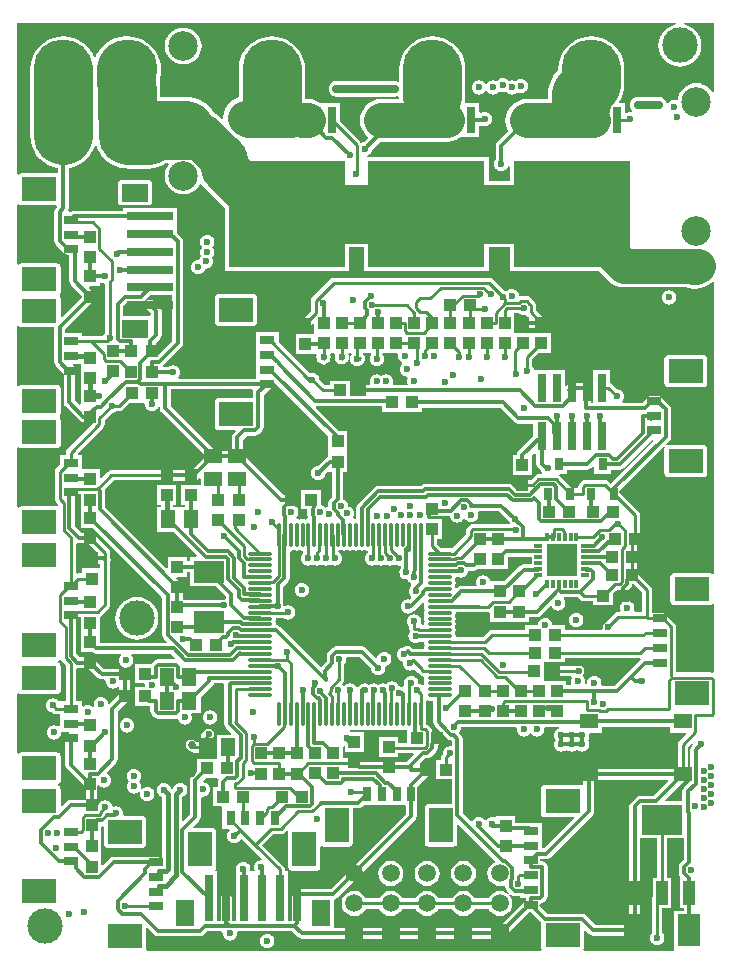
<source format=gtl>
G04 Layer_Physical_Order=1*
G04 Layer_Color=255*
%FSLAX25Y25*%
%MOIN*%
G70*
G01*
G75*
%ADD10R,0.04331X0.03937*%
%ADD11R,0.05118X0.05906*%
%ADD12R,0.10236X0.07480*%
%ADD13R,0.10236X0.10630*%
%ADD14R,0.03150X0.01378*%
%ADD15R,0.01378X0.03150*%
%ADD16R,0.13780X0.09843*%
%ADD17R,0.03937X0.07874*%
%ADD18O,0.01181X0.08268*%
%ADD19O,0.08268X0.01181*%
%ADD20R,0.03150X0.03937*%
%ADD21R,0.06102X0.05118*%
%ADD22R,0.03937X0.04331*%
%ADD23R,0.05906X0.05118*%
%ADD24R,0.07480X0.10630*%
%ADD25R,0.03150X0.09449*%
%ADD26R,0.05118X0.03150*%
%ADD27R,0.03150X0.05118*%
%ADD28R,0.15748X0.03150*%
%ADD29R,0.03150X0.15748*%
%ADD30R,0.02953X0.08996*%
%ADD31R,0.39154X0.35492*%
%ADD32C,0.01181*%
%ADD33C,0.11811*%
%ADD34C,0.02756*%
%ADD35C,0.00984*%
%ADD36C,0.19685*%
%ADD37C,0.01500*%
%ADD38C,0.01575*%
%ADD39C,0.17716*%
%ADD40C,0.15748*%
%ADD41R,0.11811X0.08268*%
%ADD42R,0.08268X0.11811*%
%ADD43R,0.09055X0.05906*%
%ADD44R,0.05906X0.09055*%
%ADD45C,0.11811*%
%ADD46C,0.19685*%
%ADD47C,0.09843*%
%ADD48R,0.05906X0.05906*%
%ADD49C,0.05906*%
%ADD50C,0.07874*%
%ADD51C,0.02362*%
%ADD52C,0.02717*%
G36*
X20254Y152367D02*
X21350D01*
Y147291D01*
Y141154D01*
X25292D01*
X48535Y117911D01*
Y105456D01*
X48672Y104764D01*
X49064Y104178D01*
X49974Y103268D01*
X49782Y102806D01*
X27650D01*
Y106291D01*
Y111548D01*
X28127Y111867D01*
X30706Y114446D01*
X31076Y114999D01*
X31206Y115652D01*
Y129996D01*
X31306Y130500D01*
X31206Y131005D01*
Y132807D01*
X31076Y133460D01*
X30706Y134013D01*
X26063Y138657D01*
X25777Y139084D01*
X25191Y139476D01*
X24500Y139613D01*
X21441D01*
X19306Y141748D01*
Y151766D01*
X19669Y152309D01*
X19702Y152477D01*
X20254Y152367D01*
D02*
G37*
G36*
X208294Y119793D02*
Y113206D01*
X206062D01*
X205728Y113706D01*
X205801Y113883D01*
X205883Y114500D01*
X205801Y115117D01*
X205563Y115691D01*
X205185Y116185D01*
X204691Y116563D01*
X204117Y116801D01*
X203597Y116870D01*
X203565Y116905D01*
X203432Y117151D01*
X203376Y117371D01*
X203669Y117809D01*
X203806Y118500D01*
Y120387D01*
X204524Y121105D01*
X204916Y121691D01*
X205044Y122336D01*
X205180Y122420D01*
X205554Y122534D01*
X208294Y119793D01*
D02*
G37*
G36*
X207864Y97686D02*
X208010Y97322D01*
X203344Y92656D01*
X199187Y88499D01*
X195113D01*
X194817Y88999D01*
X194883Y89500D01*
X194801Y90117D01*
X194563Y90691D01*
X194185Y91185D01*
X193691Y91563D01*
X193117Y91801D01*
X192500Y91883D01*
X191883Y91801D01*
X191309Y91563D01*
X190815Y91185D01*
X190437Y90691D01*
X190199Y90117D01*
X190117Y89500D01*
X189722Y89078D01*
X189716Y89078D01*
X189608Y89157D01*
X189326Y89574D01*
X189383Y90000D01*
X189301Y90617D01*
X189063Y91191D01*
X188688Y91680D01*
X188624Y91769D01*
X188679Y92276D01*
X188706Y92294D01*
X189076Y92847D01*
X189206Y93500D01*
X189076Y94153D01*
X188706Y94706D01*
X188153Y95076D01*
X187500Y95206D01*
X179000D01*
X178347Y95076D01*
X177794Y94706D01*
X177424Y94153D01*
X177294Y93500D01*
X177424Y92847D01*
X177794Y92294D01*
X178347Y91924D01*
X179000Y91794D01*
X184769D01*
X185015Y91294D01*
X184937Y91191D01*
X184699Y90617D01*
X184617Y90000D01*
X184699Y89383D01*
X184749Y89262D01*
X184415Y88762D01*
X183150D01*
Y90039D01*
X176025D01*
X175654Y90350D01*
Y96350D01*
X176154D01*
Y96350D01*
X176154D01*
Y96350D01*
X182846D01*
Y97794D01*
X207775D01*
X207864Y97686D01*
D02*
G37*
G36*
X14837Y97008D02*
X15111Y96597D01*
X16294Y95414D01*
Y83598D01*
X14260D01*
X14260Y83598D01*
Y83598D01*
X13760Y83587D01*
X13685Y83685D01*
X13191Y84063D01*
X12617Y84301D01*
X12000Y84383D01*
X11383Y84301D01*
X10809Y84063D01*
X10315Y83685D01*
X9937Y83191D01*
X9699Y82617D01*
X9617Y82000D01*
X9699Y81383D01*
X9937Y80809D01*
X10315Y80315D01*
X10809Y79937D01*
X11383Y79699D01*
X11974Y79621D01*
X12505Y79266D01*
X13158Y79137D01*
X14260D01*
Y75257D01*
X13760Y75011D01*
X13691Y75063D01*
X13117Y75301D01*
X12500Y75383D01*
X11883Y75301D01*
X11309Y75063D01*
X10815Y74685D01*
X10437Y74191D01*
X10199Y73617D01*
X10117Y73000D01*
X10199Y72383D01*
X10437Y71809D01*
X10815Y71315D01*
X11309Y70937D01*
X11883Y70699D01*
X12500Y70617D01*
X13117Y70699D01*
X13691Y70937D01*
X14185Y71315D01*
X14563Y71809D01*
X14801Y72383D01*
X14883Y73000D01*
X15028Y73165D01*
X17242D01*
X17309Y72669D01*
X16723Y72277D01*
X16331Y71691D01*
X16194Y71000D01*
Y62307D01*
X16331Y61616D01*
X16723Y61030D01*
X23194Y54559D01*
Y50499D01*
X17916D01*
X17225Y50362D01*
X16639Y49970D01*
X15077Y48409D01*
X14615Y48600D01*
Y54168D01*
X14524Y54628D01*
X14263Y55019D01*
X13875Y55278D01*
X13872Y55294D01*
X13872Y55774D01*
X13875Y55790D01*
X14263Y56049D01*
X14524Y56439D01*
X14615Y56900D01*
Y65168D01*
X14524Y65629D01*
X14263Y66019D01*
X13872Y66280D01*
X13411Y66372D01*
X1600D01*
X1139Y66280D01*
X748Y66019D01*
X714Y65968D01*
X214Y66119D01*
Y85948D01*
X714Y86100D01*
X749Y86049D01*
X1139Y85787D01*
X1600Y85696D01*
X13411D01*
X13872Y85787D01*
X14263Y86049D01*
X14524Y86439D01*
X14615Y86900D01*
Y95168D01*
X14524Y95628D01*
X14263Y96019D01*
X13875Y96278D01*
X13872Y96294D01*
X13872Y96774D01*
X13875Y96789D01*
X14263Y97048D01*
X14364Y97070D01*
X14837Y97008D01*
D02*
G37*
G36*
X20254Y111367D02*
X21350D01*
Y106291D01*
Y99654D01*
X25326D01*
X25809Y99331D01*
X26500Y99194D01*
X34657D01*
X34827Y98694D01*
X34815Y98685D01*
X34437Y98191D01*
X34199Y97617D01*
X34117Y97000D01*
X34199Y96383D01*
X34437Y95809D01*
X34815Y95315D01*
X35309Y94937D01*
X35623Y94806D01*
X35524Y94306D01*
X29055D01*
X25777Y97584D01*
X25191Y97976D01*
X24500Y98114D01*
X20941D01*
X19806Y99248D01*
Y111062D01*
X20193Y111379D01*
X20254Y111367D01*
D02*
G37*
G36*
X20693Y136001D02*
X23894D01*
X26626Y133268D01*
X26435Y132806D01*
X25000D01*
X24309Y132669D01*
X23723Y132277D01*
X23331Y131691D01*
X23194Y131000D01*
X23331Y130309D01*
X23723Y129723D01*
X24309Y129331D01*
X25000Y129194D01*
X27794D01*
Y127654D01*
X21850D01*
Y126013D01*
X20465D01*
X20206Y125962D01*
X19706Y126368D01*
Y135780D01*
X20206Y136098D01*
X20693Y136001D01*
D02*
G37*
G36*
X114246Y133709D02*
X114937Y133572D01*
X115628Y133709D01*
X115921Y133905D01*
X116214Y133709D01*
X116905Y133572D01*
X117097Y133415D01*
X117091Y132897D01*
X116815Y132685D01*
X116437Y132191D01*
X116199Y131617D01*
X116117Y131000D01*
X116199Y130383D01*
X116437Y129809D01*
X116815Y129315D01*
X117309Y128937D01*
X117883Y128699D01*
X118500Y128617D01*
X119117Y128699D01*
X119691Y128937D01*
X120000Y129174D01*
X120309Y128937D01*
X120883Y128699D01*
X121500Y128617D01*
X122117Y128699D01*
X122691Y128937D01*
X123000Y129174D01*
X123309Y128937D01*
X123883Y128699D01*
X124500Y128617D01*
X125117Y128699D01*
X125691Y128937D01*
X126000Y129174D01*
X126309Y128937D01*
X126883Y128699D01*
X127500Y128617D01*
X127689Y128642D01*
X128065Y128313D01*
Y127898D01*
X127808Y127563D01*
X127570Y126988D01*
X127489Y126372D01*
X127570Y125755D01*
X127808Y125180D01*
X128187Y124687D01*
X128680Y124308D01*
X129255Y124070D01*
X129872Y123989D01*
X130172Y124029D01*
X130369Y123552D01*
X130748Y123058D01*
X131241Y122680D01*
X131368Y122627D01*
X131403Y122593D01*
X131546Y122012D01*
X131339Y121703D01*
X131315Y121685D01*
X130937Y121191D01*
X130699Y120617D01*
X130617Y120000D01*
X130699Y119383D01*
X130937Y118809D01*
X131315Y118315D01*
X131467Y118199D01*
X131500Y117700D01*
X131103Y117303D01*
X130500Y117383D01*
X129883Y117301D01*
X129309Y117063D01*
X128815Y116685D01*
X128437Y116191D01*
X128199Y115617D01*
X128117Y115000D01*
X128199Y114383D01*
X128437Y113809D01*
X128815Y113315D01*
X129309Y112937D01*
X129883Y112699D01*
X130500Y112617D01*
X131117Y112699D01*
X131691Y112937D01*
X132185Y113315D01*
X132357Y113539D01*
X132631Y113723D01*
X135103Y116195D01*
X135623Y116057D01*
X135755Y115665D01*
X135709Y115597D01*
X135572Y114906D01*
X135709Y114214D01*
X135905Y113921D01*
X135709Y113628D01*
X135572Y112937D01*
X135709Y112246D01*
X135905Y111953D01*
X135709Y111660D01*
X135572Y110968D01*
X135709Y110277D01*
X135905Y109984D01*
X135709Y109691D01*
X135572Y109000D01*
X135506Y108920D01*
X135101Y108929D01*
X134799Y109377D01*
X134801Y109383D01*
X134883Y110000D01*
X134801Y110617D01*
X134563Y111191D01*
X134185Y111685D01*
X133691Y112063D01*
X133117Y112301D01*
X132500Y112383D01*
X131883Y112301D01*
X131309Y112063D01*
X130815Y111685D01*
X130437Y111191D01*
X130199Y110617D01*
X130117Y110000D01*
X130199Y109383D01*
X130437Y108809D01*
X130794Y108343D01*
Y107500D01*
X130924Y106847D01*
X131112Y106565D01*
X130874Y106254D01*
X130636Y105680D01*
X130554Y105063D01*
X130636Y104446D01*
X130874Y103872D01*
X131252Y103378D01*
X131746Y103000D01*
X132320Y102762D01*
X132937Y102680D01*
X133554Y102762D01*
X134128Y103000D01*
X134463Y103257D01*
X135439D01*
X135572Y103094D01*
X135709Y102403D01*
X135905Y102110D01*
X135709Y101817D01*
X135572Y101126D01*
X135439Y100964D01*
X131945D01*
X131631Y101277D01*
X131045Y101669D01*
X130354Y101806D01*
X129663Y101669D01*
X129196Y101357D01*
X129000Y101383D01*
X128383Y101301D01*
X127809Y101063D01*
X127315Y100685D01*
X126937Y100191D01*
X126699Y99617D01*
X126617Y99000D01*
X126699Y98383D01*
X126937Y97809D01*
X127315Y97315D01*
X127809Y96937D01*
X128383Y96699D01*
X128639Y96161D01*
X128617Y96000D01*
X128699Y95383D01*
X128937Y94809D01*
X129315Y94315D01*
X129809Y93937D01*
X130383Y93699D01*
X131000Y93617D01*
X131617Y93699D01*
X132191Y93937D01*
X132449Y94134D01*
X133790Y92794D01*
X133802Y92786D01*
X134256Y92331D01*
X134809Y91962D01*
X135182Y91887D01*
X135592Y91387D01*
X135572Y91284D01*
X135709Y90592D01*
X135905Y90299D01*
X135709Y90006D01*
X135572Y89315D01*
X135656Y88892D01*
X135188Y88680D01*
X135185Y88685D01*
X134691Y89063D01*
X134117Y89301D01*
X133864Y89335D01*
X133883Y89476D01*
X133801Y90092D01*
X133563Y90667D01*
X133185Y91160D01*
X132691Y91539D01*
X132117Y91777D01*
X131500Y91858D01*
X130883Y91777D01*
X130309Y91539D01*
X129815Y91160D01*
X129437Y90667D01*
X129199Y90092D01*
X129179Y89943D01*
X129109Y89838D01*
X128979Y89185D01*
Y88429D01*
X128479Y88151D01*
X128117Y88301D01*
X127500Y88383D01*
X127231Y88347D01*
X127026Y88843D01*
X126647Y89336D01*
X126154Y89715D01*
X125579Y89953D01*
X124962Y90034D01*
X124346Y89953D01*
X123771Y89715D01*
X123277Y89336D01*
X123098Y89102D01*
X122617Y89301D01*
X122000Y89383D01*
X121383Y89301D01*
X120809Y89063D01*
X120500Y88827D01*
X120191Y89063D01*
X119617Y89301D01*
X119000Y89383D01*
X118383Y89301D01*
X117809Y89063D01*
X117500Y88827D01*
X117191Y89063D01*
X116617Y89301D01*
X116000Y89383D01*
X115383Y89301D01*
X114809Y89063D01*
X114315Y88685D01*
X114297Y88661D01*
X113723Y88277D01*
X113660Y88214D01*
X113580Y88095D01*
X113083Y88144D01*
X113063Y88191D01*
X112685Y88685D01*
X112191Y89063D01*
X111617Y89301D01*
X111000Y89383D01*
X110383Y89301D01*
X109809Y89063D01*
X109315Y88685D01*
X109250Y88600D01*
X108750D01*
X108685Y88685D01*
X108532Y88802D01*
X108499Y89301D01*
X108706Y89508D01*
X109076Y90062D01*
X109206Y90715D01*
Y95843D01*
X109563Y96309D01*
X109801Y96883D01*
X109883Y97500D01*
X109858Y97689D01*
X110187Y98065D01*
X114380D01*
X118143Y94302D01*
X118199Y93883D01*
X118437Y93309D01*
X118815Y92815D01*
X119309Y92437D01*
X119883Y92199D01*
X120500Y92117D01*
X121117Y92199D01*
X121691Y92437D01*
X122185Y92815D01*
X122563Y93309D01*
X122801Y93883D01*
X122883Y94500D01*
X122861Y94661D01*
X123117Y95199D01*
X123691Y95437D01*
X124185Y95815D01*
X124563Y96309D01*
X124801Y96883D01*
X124883Y97500D01*
X124801Y98117D01*
X124563Y98691D01*
X124185Y99185D01*
X123691Y99563D01*
X123117Y99801D01*
X122500Y99883D01*
X121883Y99801D01*
X121309Y99563D01*
X120815Y99185D01*
X120437Y98691D01*
X120199Y98117D01*
X120192Y98069D01*
X119665Y97890D01*
X116406Y101149D01*
X115820Y101541D01*
X115128Y101678D01*
X106518D01*
X105826Y101541D01*
X105240Y101149D01*
X103851Y99760D01*
X103460Y99174D01*
X103322Y98482D01*
Y96731D01*
X101351Y94760D01*
X101300Y94755D01*
X87777Y108277D01*
X87191Y108669D01*
X86884Y108730D01*
X86428Y109000D01*
X86291Y109691D01*
X86095Y109984D01*
X86291Y110277D01*
X86428Y110968D01*
X86471Y111021D01*
X89199D01*
X89309Y110937D01*
X89883Y110699D01*
X90500Y110617D01*
X91117Y110699D01*
X91691Y110937D01*
X92185Y111315D01*
X92563Y111809D01*
X92801Y112383D01*
X92883Y113000D01*
X92801Y113617D01*
X92563Y114191D01*
X92185Y114685D01*
X91691Y115063D01*
X91117Y115301D01*
X90500Y115383D01*
X89883Y115301D01*
X89309Y115063D01*
X89306Y115062D01*
X88806Y115308D01*
Y121618D01*
X90436Y123248D01*
X90828Y123834D01*
X90965Y124526D01*
Y133285D01*
X91315Y133572D01*
X92006Y133709D01*
X92299Y133905D01*
X92592Y133709D01*
X93283Y133572D01*
X93975Y133709D01*
X94268Y133905D01*
X94561Y133709D01*
X95252Y133572D01*
X95294Y133537D01*
Y132657D01*
X94937Y132191D01*
X94699Y131617D01*
X94617Y131000D01*
X94699Y130383D01*
X94937Y129809D01*
X95315Y129315D01*
X95809Y128937D01*
X96383Y128699D01*
X97000Y128617D01*
X97617Y128699D01*
X98191Y128937D01*
X98500Y129174D01*
X98809Y128937D01*
X99383Y128699D01*
X100000Y128617D01*
X100617Y128699D01*
X101191Y128937D01*
X101500Y129174D01*
X101809Y128937D01*
X102383Y128699D01*
X103000Y128617D01*
X103617Y128699D01*
X104191Y128937D01*
X104500Y129174D01*
X104809Y128937D01*
X105383Y128699D01*
X106000Y128617D01*
X106617Y128699D01*
X107191Y128937D01*
X107685Y129315D01*
X108063Y129809D01*
X108301Y130383D01*
X108383Y131000D01*
X108301Y131617D01*
X108063Y132191D01*
X107685Y132685D01*
X107191Y133063D01*
X107137Y133086D01*
X107203Y133599D01*
X107754Y133709D01*
X108047Y133905D01*
X108340Y133709D01*
X109031Y133572D01*
X109723Y133709D01*
X110016Y133905D01*
X110309Y133709D01*
X111000Y133572D01*
X111691Y133709D01*
X111984Y133905D01*
X112277Y133709D01*
X112969Y133572D01*
X113660Y133709D01*
X113953Y133905D01*
X114246Y133709D01*
D02*
G37*
G36*
X171677Y129040D02*
X168916D01*
X168225Y128903D01*
X167639Y128511D01*
X162474Y123346D01*
X157850D01*
X157850Y123346D01*
X157825Y123487D01*
X157801Y123617D01*
X157729Y123792D01*
X157563Y124191D01*
X157185Y124685D01*
X156691Y125063D01*
X156117Y125301D01*
X155500Y125383D01*
X154883Y125301D01*
X154309Y125063D01*
X153815Y124685D01*
X153437Y124191D01*
X153199Y123617D01*
X153117Y123000D01*
X153199Y122383D01*
X153231Y122306D01*
X152896Y121806D01*
X148141D01*
X147450Y121669D01*
X146864Y121277D01*
X146717Y121131D01*
X146175Y121295D01*
X146133Y121502D01*
X145938Y121795D01*
X146133Y122088D01*
X146271Y122780D01*
X146133Y123471D01*
X145938Y123764D01*
X146133Y124057D01*
X146271Y124748D01*
X146731Y124996D01*
X146809Y124937D01*
X147383Y124699D01*
X148000Y124617D01*
X148617Y124699D01*
X149191Y124937D01*
X149685Y125315D01*
X150063Y125809D01*
X150301Y126383D01*
X150367Y126879D01*
X152378D01*
X153069Y127016D01*
X153655Y127408D01*
X153708Y127461D01*
X163650D01*
Y131402D01*
X163768Y131520D01*
X171677D01*
Y129040D01*
D02*
G37*
G36*
X200194Y120267D02*
Y118500D01*
X200331Y117809D01*
X200723Y117223D01*
X201309Y116831D01*
X201728Y116748D01*
X201852Y116213D01*
X201815Y116185D01*
X201437Y115691D01*
X201199Y115117D01*
X201117Y114500D01*
X201199Y113883D01*
X201272Y113706D01*
X200938Y113206D01*
X200500D01*
X199847Y113076D01*
X199294Y112706D01*
X195794Y109206D01*
X195424Y108653D01*
X195294Y108000D01*
X195352Y107706D01*
X194963Y107206D01*
X182846D01*
Y108650D01*
X178674D01*
X178536Y108806D01*
X178455Y109423D01*
X178217Y109998D01*
X177838Y110491D01*
X177345Y110870D01*
X176770Y111108D01*
X176154Y111189D01*
X175537Y111108D01*
X174962Y110870D01*
X174469Y110491D01*
X174090Y109998D01*
X173852Y109423D01*
X173771Y108806D01*
X173634Y108650D01*
X169461D01*
Y107206D01*
X158500D01*
X157847Y107076D01*
X157294Y106706D01*
X155388Y104800D01*
X146486D01*
X146271Y105063D01*
X146133Y105754D01*
X145938Y106047D01*
X146133Y106340D01*
X146271Y107032D01*
X146133Y107723D01*
X145938Y108016D01*
X146133Y108309D01*
X146271Y109000D01*
X146133Y109691D01*
X145938Y109984D01*
X146133Y110277D01*
X146271Y110968D01*
X146133Y111660D01*
X145938Y111953D01*
X146133Y112246D01*
X146271Y112937D01*
X146404Y113099D01*
X153905D01*
X154410Y113199D01*
X156920D01*
X157350Y113285D01*
X157850Y112959D01*
Y109961D01*
X164150D01*
Y109961D01*
X164350D01*
Y109961D01*
X170650D01*
Y111501D01*
X173286D01*
X173978Y111638D01*
X174564Y112030D01*
X177737Y115203D01*
X178323Y115082D01*
X178437Y114809D01*
X178815Y114315D01*
X179309Y113937D01*
X179883Y113699D01*
X180500Y113617D01*
X181117Y113699D01*
X181691Y113937D01*
X182185Y114315D01*
X182563Y114809D01*
X182801Y115383D01*
X182883Y116000D01*
X182801Y116617D01*
X182563Y117191D01*
X182305Y117528D01*
X182514Y118028D01*
X187082D01*
X187816Y117294D01*
X188370Y116924D01*
X189023Y116794D01*
X191961D01*
Y115350D01*
X198653D01*
Y119434D01*
X199694Y120474D01*
X200194Y120267D01*
D02*
G37*
G36*
X57701Y121697D02*
X66367D01*
X69565Y118498D01*
Y117588D01*
X69179Y117271D01*
X69000Y117306D01*
X55306D01*
Y121500D01*
X55169Y122191D01*
X54777Y122777D01*
X53170Y124384D01*
X53361Y124846D01*
X56650D01*
Y126387D01*
X57701D01*
Y121697D01*
D02*
G37*
G36*
X20193Y94501D02*
X23752D01*
X27030Y91223D01*
X27616Y90831D01*
X28307Y90694D01*
X29210D01*
X29643Y90194D01*
X29617Y90000D01*
X29699Y89383D01*
X29937Y88809D01*
X30315Y88315D01*
X30809Y87937D01*
X31383Y87699D01*
X32000Y87617D01*
X32617Y87699D01*
X33191Y87937D01*
X33685Y88315D01*
X33694Y88327D01*
X34194Y88157D01*
Y85748D01*
X30878Y82433D01*
X30689Y82458D01*
X30366Y82627D01*
X30301Y83117D01*
X30063Y83691D01*
X29685Y84185D01*
X29191Y84563D01*
X28617Y84801D01*
X28000Y84883D01*
X27383Y84801D01*
X26809Y84563D01*
X26315Y84185D01*
X25937Y83691D01*
X25699Y83117D01*
X25617Y82500D01*
X25699Y81883D01*
X25791Y81660D01*
X25378Y81378D01*
X24884Y81756D01*
X24310Y81994D01*
X23693Y82076D01*
X23076Y81994D01*
X22502Y81756D01*
X22240Y81556D01*
X21740Y81802D01*
Y83598D01*
X19706D01*
Y94204D01*
X20092Y94521D01*
X20193Y94501D01*
D02*
G37*
G36*
X129335Y48760D02*
X129694Y48419D01*
Y45748D01*
X111223Y27277D01*
X104752Y20806D01*
X94806D01*
X94114Y20669D01*
X93528Y20277D01*
X92223Y18972D01*
X91831Y18386D01*
X91694Y17695D01*
Y10306D01*
X90350D01*
Y26750D01*
X89301D01*
Y27406D01*
X89171Y28059D01*
X88801Y28612D01*
X81839Y35574D01*
X85407Y39143D01*
X88027D01*
X88680Y39273D01*
X89233Y39643D01*
X90000Y40409D01*
X90114Y40395D01*
X90528Y39911D01*
Y28100D01*
X90620Y27639D01*
X90881Y27248D01*
X91271Y26987D01*
X91732Y26896D01*
X100000D01*
X100461Y26987D01*
X100851Y27248D01*
X101112Y27639D01*
X101204Y28100D01*
Y34945D01*
X101287Y35012D01*
X101704Y35166D01*
X101971Y34987D01*
X102432Y34896D01*
X110700D01*
X111161Y34987D01*
X111552Y35249D01*
X111813Y35639D01*
X111904Y36100D01*
Y47694D01*
X113758D01*
X114449Y47831D01*
X115035Y48223D01*
X115572Y48760D01*
X129335D01*
D02*
G37*
G36*
X52773Y97950D02*
X52566Y97450D01*
X46968D01*
X46276Y97312D01*
X45690Y96921D01*
X44993Y96223D01*
X44609Y95650D01*
X39347D01*
Y89350D01*
X42317D01*
X42647Y88974D01*
X42617Y88750D01*
X42647Y88525D01*
X42317Y88150D01*
X39347D01*
Y81850D01*
X43473D01*
X43502Y81831D01*
X44193Y81694D01*
X44464D01*
Y80054D01*
X44601Y79363D01*
X44993Y78777D01*
X45690Y78079D01*
X46276Y77688D01*
X46968Y77550D01*
X53072D01*
X53380Y77612D01*
X53699Y77383D01*
X53937Y76809D01*
X54315Y76315D01*
X54809Y75937D01*
X55383Y75699D01*
X56000Y75617D01*
X56617Y75699D01*
X57191Y75937D01*
X57685Y76315D01*
X58063Y76809D01*
X58301Y77383D01*
X58383Y78000D01*
X58301Y78617D01*
X58198Y78866D01*
X58532Y79366D01*
X61240D01*
Y84686D01*
X65277Y88723D01*
X65669Y89309D01*
X65702Y89477D01*
X68894D01*
X69212Y89091D01*
X69194Y89000D01*
Y75696D01*
X69331Y75005D01*
X69723Y74419D01*
X71546Y72596D01*
X71354Y72134D01*
X66760D01*
Y64150D01*
X60154D01*
Y60208D01*
X58223Y58277D01*
X57831Y57691D01*
X57694Y57000D01*
Y45569D01*
X55521Y43396D01*
X55059Y43587D01*
Y51600D01*
X55117Y51608D01*
X55691Y51846D01*
X56185Y52224D01*
X56563Y52718D01*
X56801Y53292D01*
X56883Y53909D01*
X56801Y54526D01*
X56563Y55100D01*
X56185Y55594D01*
X55691Y55972D01*
X55117Y56211D01*
X54500Y56292D01*
X53883Y56211D01*
X53309Y55972D01*
X52815Y55594D01*
X52437Y55100D01*
X52199Y54526D01*
X52178Y54372D01*
X51750Y53944D01*
X51322Y54372D01*
X51301Y54526D01*
X51063Y55100D01*
X50685Y55594D01*
X50191Y55972D01*
X49617Y56211D01*
X49000Y56292D01*
X48383Y56211D01*
X47809Y55972D01*
X47315Y55594D01*
X46937Y55100D01*
X46699Y54526D01*
X46617Y53909D01*
X46699Y53292D01*
X46937Y52718D01*
X47315Y52224D01*
X47809Y51846D01*
X48383Y51608D01*
X48440Y51600D01*
Y30928D01*
X47940Y30776D01*
X47777Y31020D01*
X47191Y31411D01*
X46500Y31549D01*
X32253D01*
X31562Y31411D01*
X30976Y31020D01*
X28611Y28656D01*
X28150Y28847D01*
Y31154D01*
X28150Y31653D01*
X28150D01*
Y31654D01*
X28150D01*
Y38346D01*
X28150D01*
Y38654D01*
X28150D01*
Y41557D01*
X28438Y41693D01*
X28896Y41377D01*
Y35800D01*
X28988Y35339D01*
X29249Y34949D01*
X29639Y34687D01*
X30100Y34596D01*
X41911D01*
X42372Y34687D01*
X42763Y34949D01*
X43024Y35339D01*
X43115Y35800D01*
Y44068D01*
X43024Y44529D01*
X42763Y44919D01*
X42372Y45180D01*
X41911Y45272D01*
X35770D01*
X35353Y45772D01*
X35383Y46000D01*
X35301Y46617D01*
X35063Y47191D01*
X34685Y47685D01*
X34191Y48063D01*
X33617Y48301D01*
X33000Y48383D01*
X32383Y48301D01*
X32250Y48246D01*
X31817Y48496D01*
X31801Y48617D01*
X31563Y49191D01*
X31185Y49685D01*
X30691Y50063D01*
X30117Y50301D01*
X29500Y50383D01*
X28883Y50301D01*
X28309Y50063D01*
X27815Y49685D01*
X27437Y49191D01*
X27306Y48877D01*
X26806Y48976D01*
Y55157D01*
X27289Y55350D01*
X27315Y55315D01*
X27809Y54937D01*
X28383Y54699D01*
X29000Y54617D01*
X29617Y54699D01*
X30191Y54937D01*
X30685Y55315D01*
X31063Y55809D01*
X31301Y56383D01*
X31383Y57000D01*
X31301Y57617D01*
X31063Y58191D01*
X30685Y58685D01*
X30191Y59063D01*
X30073Y59113D01*
X29975Y59603D01*
X33149Y62777D01*
X33540Y63363D01*
X33678Y64054D01*
Y80123D01*
X37277Y83723D01*
X37669Y84309D01*
X37806Y85000D01*
Y92500D01*
X37669Y93191D01*
X37277Y93777D01*
X36729Y94143D01*
X36716Y94287D01*
X36794Y94656D01*
X37117Y94699D01*
X37691Y94937D01*
X38185Y95315D01*
X38563Y95809D01*
X38801Y96383D01*
X38883Y97000D01*
X38801Y97617D01*
X38563Y98191D01*
X38185Y98685D01*
X38173Y98694D01*
X38343Y99194D01*
X51530D01*
X52773Y97950D01*
D02*
G37*
G36*
X217177Y56732D02*
X212273Y51828D01*
X207672D01*
X206981Y51690D01*
X206395Y51299D01*
X204723Y49626D01*
X204331Y49040D01*
X204194Y48349D01*
Y19500D01*
Y8806D01*
X192871D01*
X189576Y12102D01*
X188990Y12493D01*
X188299Y12631D01*
X176939D01*
X174088Y15481D01*
X174280Y15943D01*
X174452D01*
X175144Y16081D01*
X175730Y16472D01*
X176427Y17170D01*
X176819Y17756D01*
X176956Y18447D01*
Y28223D01*
X176819Y28914D01*
X176427Y29500D01*
X175841Y29892D01*
X175150Y30029D01*
X174619D01*
X174370Y30529D01*
X174504Y30707D01*
X176513D01*
X177205Y30845D01*
X177791Y31236D01*
X191978Y45423D01*
X192370Y46009D01*
X192507Y46701D01*
Y57194D01*
X216986D01*
X217177Y56732D01*
D02*
G37*
G36*
X222304Y30501D02*
X221207Y29404D01*
X220815Y28818D01*
X220678Y28126D01*
Y26162D01*
X220815Y25471D01*
X221051Y25118D01*
X220961Y24618D01*
X220961D01*
X220961Y24618D01*
Y14382D01*
X222304D01*
Y13496D01*
X219189D01*
Y504D01*
X218809Y214D01*
X189075D01*
X188807Y714D01*
X188913Y871D01*
X189004Y1332D01*
Y6911D01*
X189466Y7102D01*
X190846Y5723D01*
X191432Y5331D01*
X192123Y5194D01*
X206000D01*
X206691Y5331D01*
X207277Y5723D01*
X207669Y6309D01*
X207806Y7000D01*
Y19500D01*
Y37807D01*
X213349D01*
Y24618D01*
X211906D01*
Y18506D01*
X211794Y17945D01*
Y6157D01*
X211437Y5691D01*
X211199Y5117D01*
X211117Y4500D01*
X211199Y3883D01*
X211437Y3309D01*
X211815Y2815D01*
X212309Y2437D01*
X212883Y2199D01*
X213500Y2117D01*
X214117Y2199D01*
X214691Y2437D01*
X215185Y2815D01*
X215563Y3309D01*
X215801Y3883D01*
X215883Y4500D01*
X215801Y5117D01*
X215563Y5691D01*
X215206Y6157D01*
Y14382D01*
X218205D01*
Y24618D01*
X216761D01*
Y37807D01*
X222304D01*
Y30501D01*
D02*
G37*
G36*
X174797Y9663D02*
X174785Y9600D01*
Y1332D01*
X174876Y871D01*
X174982Y714D01*
X174714Y214D01*
X43362D01*
X43058Y714D01*
X43115Y1000D01*
Y7677D01*
X43577Y7868D01*
X45809Y5636D01*
X46395Y5244D01*
X47087Y5107D01*
X61163D01*
X61854Y5244D01*
X62440Y5636D01*
X63497Y6694D01*
X68210D01*
X68643Y6194D01*
X68617Y6000D01*
X68699Y5383D01*
X68937Y4809D01*
X69315Y4315D01*
X69809Y3937D01*
X70383Y3699D01*
X71000Y3617D01*
X71617Y3699D01*
X72191Y3937D01*
X72685Y4315D01*
X73063Y4809D01*
X73301Y5383D01*
X73383Y6000D01*
X73357Y6194D01*
X73790Y6694D01*
X91752D01*
X93723Y4723D01*
X94309Y4331D01*
X95000Y4194D01*
X161000D01*
X161691Y4331D01*
X162277Y4723D01*
X171008Y13453D01*
X174797Y9663D01*
D02*
G37*
G36*
X137378Y83572D02*
X138822D01*
Y76382D01*
X138960Y75691D01*
X139351Y75105D01*
X142271Y72184D01*
X142271Y72184D01*
X143605Y70851D01*
X144191Y70460D01*
X144819Y70335D01*
X145065Y70088D01*
Y68687D01*
X144689Y68358D01*
X144500Y68383D01*
X143883Y68301D01*
X143309Y68063D01*
X142815Y67685D01*
X142437Y67191D01*
X142199Y66617D01*
X142122Y66035D01*
X141987Y65899D01*
X141617Y65346D01*
X141487Y64693D01*
Y63650D01*
X139847D01*
Y57350D01*
X145018D01*
Y49115D01*
X137232D01*
X136771Y49024D01*
X136381Y48763D01*
X136120Y48372D01*
X136028Y47911D01*
Y36100D01*
X136120Y35639D01*
X136381Y35249D01*
X136771Y34987D01*
X137232Y34896D01*
X145500D01*
X145961Y34987D01*
X146351Y35249D01*
X146613Y35639D01*
X146704Y36100D01*
Y42270D01*
X147166Y42462D01*
X159376Y30252D01*
X159279Y29761D01*
X158915Y29611D01*
X158052Y28948D01*
X157389Y28085D01*
X156973Y27079D01*
X156831Y26000D01*
X156973Y24921D01*
X157389Y23915D01*
X158052Y23052D01*
X158915Y22389D01*
X159921Y21973D01*
X161000Y21831D01*
X162079Y21973D01*
X162406Y22108D01*
X162822Y21830D01*
Y21518D01*
X162960Y20826D01*
X163351Y20240D01*
X164226Y19366D01*
X163895Y18989D01*
X163623Y19198D01*
X163085Y19611D01*
X162079Y20027D01*
X161000Y20169D01*
X159921Y20027D01*
X158915Y19611D01*
X158052Y18948D01*
X157389Y18085D01*
X157232Y17706D01*
X152643D01*
X152486Y18085D01*
X151823Y18948D01*
X150960Y19611D01*
X149954Y20027D01*
X148875Y20169D01*
X147796Y20027D01*
X146790Y19611D01*
X145927Y18948D01*
X145264Y18085D01*
X145107Y17706D01*
X140518D01*
X140361Y18085D01*
X139698Y18948D01*
X138835Y19611D01*
X137829Y20027D01*
X136750Y20169D01*
X135671Y20027D01*
X134665Y19611D01*
X133802Y18948D01*
X133139Y18085D01*
X132982Y17706D01*
X128393D01*
X128236Y18085D01*
X127573Y18948D01*
X126710Y19611D01*
X125704Y20027D01*
X124625Y20169D01*
X123546Y20027D01*
X122540Y19611D01*
X121677Y18948D01*
X121014Y18085D01*
X120857Y17706D01*
X116268D01*
X116111Y18085D01*
X115448Y18948D01*
X114585Y19611D01*
X113579Y20027D01*
X112500Y20169D01*
X111421Y20027D01*
X110415Y19611D01*
X109552Y18948D01*
X108889Y18085D01*
X108473Y17079D01*
X108331Y16000D01*
X108473Y14921D01*
X108889Y13915D01*
X109552Y13052D01*
X110415Y12389D01*
X111421Y11972D01*
X112500Y11830D01*
X113579Y11972D01*
X114585Y12389D01*
X115448Y13052D01*
X116111Y13915D01*
X116268Y14294D01*
X120857D01*
X121014Y13915D01*
X121677Y13052D01*
X122540Y12389D01*
X123546Y11972D01*
X124625Y11830D01*
X125704Y11972D01*
X126710Y12389D01*
X127573Y13052D01*
X128236Y13915D01*
X128393Y14294D01*
X132982D01*
X133139Y13915D01*
X133802Y13052D01*
X134665Y12389D01*
X135671Y11972D01*
X136750Y11830D01*
X137829Y11972D01*
X138835Y12389D01*
X139698Y13052D01*
X140361Y13915D01*
X140518Y14294D01*
X145107D01*
X145264Y13915D01*
X145927Y13052D01*
X146790Y12389D01*
X147796Y11972D01*
X148875Y11830D01*
X149954Y11972D01*
X150960Y12389D01*
X151823Y13052D01*
X152486Y13915D01*
X152643Y14294D01*
X157232D01*
X157389Y13915D01*
X158052Y13052D01*
X158915Y12389D01*
X159921Y11972D01*
X161000Y11830D01*
X162079Y11972D01*
X163085Y12389D01*
X163948Y13052D01*
X164611Y13915D01*
X165027Y14921D01*
X165170Y16000D01*
X165027Y17079D01*
X164611Y18085D01*
X164198Y18623D01*
X163989Y18895D01*
X164366Y19226D01*
X164740Y18851D01*
X165326Y18460D01*
X166018Y18322D01*
X167660D01*
Y17759D01*
X169586D01*
X169594Y17750D01*
Y17063D01*
X169338Y16892D01*
X160252Y7806D01*
X105877D01*
X105604Y8139D01*
Y17195D01*
X105620Y17217D01*
X106191Y17331D01*
X106777Y17723D01*
X113777Y24723D01*
X132777Y43723D01*
X133169Y44309D01*
X133306Y45000D01*
Y52500D01*
Y54752D01*
X137777Y59223D01*
X138169Y59809D01*
X138306Y60500D01*
X138169Y61191D01*
X137777Y61777D01*
X137191Y62169D01*
X136500Y62306D01*
X134707D01*
X134516Y62768D01*
X136198Y64450D01*
X136815D01*
X137506Y64588D01*
X138092Y64979D01*
X139717Y66605D01*
X140109Y67191D01*
X140246Y67882D01*
Y68499D01*
X141470Y69723D01*
X141862Y70309D01*
X141999Y71000D01*
X141862Y71691D01*
X141470Y72277D01*
X140884Y72669D01*
X140193Y72806D01*
X139502Y72669D01*
X138963Y72309D01*
X138656Y72385D01*
X138463Y72465D01*
Y73421D01*
X138334Y74074D01*
X137964Y74627D01*
X137324Y75267D01*
X136771Y75637D01*
X136428Y75705D01*
Y82622D01*
X136328Y83127D01*
Y83393D01*
X136828Y83681D01*
X137378Y83572D01*
D02*
G37*
G36*
X128025Y73867D02*
X128717Y73729D01*
X129408Y73867D01*
X129701Y74062D01*
X129994Y73867D01*
X130154Y73835D01*
Y69645D01*
X127150D01*
Y71539D01*
X120850D01*
Y64846D01*
X127150D01*
Y66233D01*
X132218D01*
X132410Y65771D01*
X130223Y63584D01*
X130037Y63306D01*
X114748D01*
X113777Y64277D01*
X113191Y64669D01*
X112500Y64806D01*
X111809Y64669D01*
X111501Y64464D01*
X108650D01*
Y68136D01*
X109150Y68436D01*
X109350Y68328D01*
Y66347D01*
X115650D01*
Y73039D01*
X111223D01*
X111191Y73063D01*
X111021Y73134D01*
X110959Y73701D01*
X111000Y73729D01*
X111691Y73867D01*
X111984Y74062D01*
X112277Y73867D01*
X112969Y73729D01*
X113660Y73867D01*
X113953Y74062D01*
X114246Y73867D01*
X114937Y73729D01*
X115628Y73867D01*
X115921Y74062D01*
X116214Y73867D01*
X116905Y73729D01*
X117597Y73867D01*
X117890Y74062D01*
X118183Y73867D01*
X118874Y73729D01*
X119565Y73867D01*
X119858Y74062D01*
X120151Y73867D01*
X120843Y73729D01*
X121534Y73867D01*
X121827Y74062D01*
X122120Y73867D01*
X122811Y73729D01*
X123502Y73867D01*
X123795Y74062D01*
X124088Y73867D01*
X124779Y73729D01*
X125471Y73867D01*
X125764Y74062D01*
X126057Y73867D01*
X126748Y73729D01*
X127439Y73867D01*
X127732Y74062D01*
X128025Y73867D01*
D02*
G37*
G36*
X217768Y72976D02*
X222988D01*
X223180Y72514D01*
X220794Y70128D01*
X220424Y69575D01*
X220294Y68922D01*
Y60806D01*
X190701D01*
X190009Y60669D01*
X189424Y60277D01*
X189032Y59691D01*
X188894Y59000D01*
Y55590D01*
X188394Y55323D01*
X188261Y55413D01*
X187800Y55504D01*
X175989D01*
X175528Y55413D01*
X175137Y55151D01*
X174876Y54761D01*
X174785Y54300D01*
Y46032D01*
X174876Y45571D01*
X175137Y45181D01*
X175528Y44920D01*
X175989Y44828D01*
X185620D01*
X185811Y44366D01*
X175765Y34320D01*
X175140D01*
Y37444D01*
Y42956D01*
X167660D01*
Y42806D01*
X166150D01*
Y45039D01*
X159850D01*
Y45039D01*
X159350Y44705D01*
X159117Y44801D01*
X158500Y44883D01*
X157883Y44801D01*
X157309Y44563D01*
X156815Y44185D01*
X156546Y43833D01*
X156407Y43793D01*
X156093D01*
X155954Y43833D01*
X155685Y44185D01*
X155191Y44563D01*
X154617Y44801D01*
X154000Y44883D01*
X153383Y44801D01*
X152809Y44563D01*
X152315Y44185D01*
X151937Y43691D01*
X151883Y43561D01*
X151293Y43444D01*
X148631Y46106D01*
Y64780D01*
X148678Y65018D01*
Y70836D01*
X148540Y71527D01*
X148149Y72114D01*
X147361Y72902D01*
X147367Y72997D01*
X147746Y73491D01*
X147984Y74066D01*
X148065Y74682D01*
X148201Y74838D01*
X166293D01*
X166662Y74338D01*
X166617Y74000D01*
X166699Y73383D01*
X166937Y72809D01*
X167315Y72315D01*
X167809Y71937D01*
X168383Y71699D01*
X169000Y71617D01*
X169617Y71699D01*
X170191Y71937D01*
X170685Y72315D01*
X170954Y72667D01*
X171092Y72707D01*
X171407D01*
X171546Y72667D01*
X171815Y72315D01*
X172309Y71937D01*
X172883Y71699D01*
X173500Y71617D01*
X174117Y71699D01*
X174691Y71937D01*
X175185Y72315D01*
X175563Y72809D01*
X175801Y73383D01*
X175883Y74000D01*
X175838Y74338D01*
X176207Y74838D01*
X180793D01*
X180883Y74357D01*
X180309Y74119D01*
X179815Y73740D01*
X179437Y73246D01*
X179199Y72672D01*
X179117Y72055D01*
X179199Y71438D01*
X179437Y70864D01*
X179694Y70529D01*
Y70526D01*
X179437Y70191D01*
X179199Y69617D01*
X179117Y69000D01*
X179199Y68383D01*
X179437Y67809D01*
X179815Y67315D01*
X180309Y66937D01*
X180883Y66699D01*
X181500Y66617D01*
X182117Y66699D01*
X182691Y66937D01*
X183098Y67249D01*
X183402D01*
X183809Y66937D01*
X184383Y66699D01*
X185000Y66617D01*
X185617Y66699D01*
X186191Y66937D01*
X186598Y67249D01*
X186902D01*
X187309Y66937D01*
X187883Y66699D01*
X188500Y66617D01*
X189117Y66699D01*
X189691Y66937D01*
X190185Y67315D01*
X190563Y67809D01*
X190801Y68383D01*
X190883Y69000D01*
X190801Y69617D01*
X190563Y70191D01*
X190305Y70528D01*
X190563Y70864D01*
X190801Y71438D01*
X190883Y72055D01*
X190827Y72476D01*
X191159Y72976D01*
X194933D01*
Y74910D01*
X217768D01*
Y72976D01*
D02*
G37*
G36*
X225478Y69280D02*
X225492Y69046D01*
X224964Y68519D01*
X224573Y67933D01*
X224435Y67242D01*
Y56696D01*
X222351Y54612D01*
X221959Y54026D01*
X221822Y53334D01*
Y50012D01*
X216220D01*
X216028Y50474D01*
X223277Y57723D01*
X223669Y58309D01*
X223806Y59000D01*
X223706Y59504D01*
Y68215D01*
X224966Y69475D01*
X225478Y69280D01*
D02*
G37*
G36*
X66846Y57850D02*
D01*
X66847D01*
X67189Y57492D01*
X67265Y57350D01*
X67138Y57160D01*
X67001Y56469D01*
Y54650D01*
X65461D01*
Y48350D01*
X68047D01*
X68502Y48240D01*
Y40760D01*
X70728D01*
X70752Y40735D01*
X70913Y40260D01*
X70815Y40185D01*
X70437Y39691D01*
X70199Y39117D01*
X70117Y38500D01*
X70199Y37883D01*
X70437Y37309D01*
X70815Y36815D01*
X71309Y36437D01*
X71883Y36199D01*
X72500Y36117D01*
X73117Y36199D01*
X73691Y36437D01*
X74185Y36815D01*
X74563Y37309D01*
X74601Y37399D01*
X75091Y37497D01*
X78220Y34368D01*
X78220Y34368D01*
X81731Y30856D01*
X81500Y30383D01*
X80883Y30301D01*
X80309Y30063D01*
X79815Y29685D01*
X79437Y29191D01*
X79199Y28617D01*
X79117Y28000D01*
X79199Y27383D01*
X79254Y27250D01*
X78992Y26842D01*
X78539Y26750D01*
X78103Y26903D01*
X77841Y27250D01*
X77883Y27567D01*
X77801Y28184D01*
X77563Y28758D01*
X77185Y29252D01*
X76691Y29630D01*
X76117Y29868D01*
X75500Y29950D01*
X74883Y29868D01*
X74309Y29630D01*
X73815Y29252D01*
X73437Y28758D01*
X73199Y28184D01*
X73117Y27567D01*
X73159Y27250D01*
X73028Y26750D01*
X73028D01*
Y10306D01*
X71748D01*
X71684Y10370D01*
Y17695D01*
X71547Y18386D01*
X71155Y18972D01*
X70569Y19363D01*
X69878Y19501D01*
X69187Y19363D01*
X68601Y18972D01*
X68209Y18386D01*
X68072Y17695D01*
Y10306D01*
X66728D01*
Y26750D01*
X66205D01*
X66052Y27248D01*
X66313Y27639D01*
X66404Y28100D01*
Y39911D01*
X66313Y40372D01*
X66052Y40762D01*
X65661Y41024D01*
X65200Y41115D01*
X59003D01*
X58811Y41577D01*
X60777Y43543D01*
X61169Y44129D01*
X61306Y44820D01*
Y51210D01*
X61806Y51643D01*
X62000Y51617D01*
X62617Y51699D01*
X63191Y51937D01*
X63685Y52315D01*
X64063Y52809D01*
X64301Y53383D01*
X64383Y54000D01*
X64301Y54617D01*
X64063Y55191D01*
X63685Y55685D01*
X63191Y56063D01*
X62617Y56301D01*
X62128Y56366D01*
X61958Y56689D01*
X61933Y56878D01*
X62905Y57850D01*
X66347D01*
X66846Y57850D01*
D02*
G37*
G36*
X42617Y182500D02*
X42699Y181883D01*
X42937Y181309D01*
X43315Y180815D01*
X43809Y180437D01*
X44383Y180199D01*
X45000Y180117D01*
X45617Y180199D01*
X46191Y180437D01*
X46685Y180815D01*
X47063Y181309D01*
X47194Y181623D01*
X47694Y181524D01*
Y180980D01*
X47831Y180289D01*
X48223Y179703D01*
X62945Y164980D01*
X58464Y160499D01*
X50000D01*
X49496Y160399D01*
X31541D01*
X30888Y160269D01*
X30334Y159899D01*
X28111Y157676D01*
X27650Y157868D01*
Y160677D01*
X21740D01*
Y165598D01*
X20536D01*
X20344Y166060D01*
X28767Y174483D01*
X29137Y175037D01*
X29267Y175689D01*
Y177146D01*
X31624Y179503D01*
X32206Y179580D01*
X32780Y179818D01*
X33246Y180175D01*
X34188D01*
X34841Y180305D01*
X35394Y180675D01*
X37570Y182850D01*
X41653D01*
Y182850D01*
X41654D01*
Y182850D01*
X42310D01*
X42617Y182500D01*
D02*
G37*
G36*
X51758Y203495D02*
X47072Y198809D01*
X46949Y198827D01*
X46699Y199258D01*
X46681Y199372D01*
X46806Y200000D01*
X46669Y200691D01*
X46306Y201234D01*
Y202651D01*
X47777Y204122D01*
X48169Y204708D01*
X48306Y205399D01*
Y213500D01*
X48169Y214191D01*
X47777Y214777D01*
X45777Y216777D01*
X45191Y217169D01*
X44500Y217306D01*
X43809Y217169D01*
X43223Y216777D01*
X42831Y216191D01*
X42694Y215500D01*
X42831Y214809D01*
X43223Y214223D01*
X44694Y212752D01*
Y212018D01*
X44194Y211671D01*
X44000Y211710D01*
X35525D01*
Y215103D01*
X36881Y216459D01*
X41360D01*
X42051Y216597D01*
X42637Y216988D01*
X44299Y218650D01*
X51758D01*
Y203495D01*
D02*
G37*
G36*
X749Y208548D02*
X1139Y208287D01*
X1600Y208196D01*
X12331D01*
X12444Y208057D01*
Y196353D01*
X12582Y195662D01*
X12973Y195076D01*
X15694Y192356D01*
Y183000D01*
X15831Y182309D01*
X16223Y181723D01*
X20916Y177030D01*
X21502Y176638D01*
X22193Y176501D01*
X24500D01*
X24959Y176592D01*
X25456Y176323D01*
X25515Y176253D01*
X25540Y176081D01*
X16794Y167335D01*
X16424Y166782D01*
X16294Y166129D01*
Y165598D01*
X14260D01*
Y162272D01*
X13142Y161155D01*
X12773Y160601D01*
X12643Y159948D01*
Y150973D01*
X12773Y150320D01*
X13142Y149767D01*
X13824Y149085D01*
X13796Y148764D01*
X13411Y148372D01*
X1600D01*
X1139Y148280D01*
X748Y148019D01*
X714Y147968D01*
X214Y148119D01*
Y167948D01*
X714Y168100D01*
X749Y168049D01*
X1139Y167787D01*
X1600Y167696D01*
X13411D01*
X13872Y167787D01*
X14263Y168049D01*
X14524Y168439D01*
X14615Y168900D01*
Y177168D01*
X14524Y177629D01*
X14263Y178019D01*
X14263Y178549D01*
X14524Y178939D01*
X14615Y179400D01*
Y187668D01*
X14524Y188129D01*
X14263Y188519D01*
X13872Y188780D01*
X13411Y188872D01*
X1600D01*
X1139Y188780D01*
X748Y188519D01*
X714Y188468D01*
X214Y188619D01*
Y208449D01*
X714Y208600D01*
X749Y208548D01*
D02*
G37*
G36*
X21350Y194984D02*
X21350Y194484D01*
X21350D01*
Y194484D01*
X21350D01*
Y187791D01*
Y182358D01*
X20888Y182166D01*
X19306Y183748D01*
Y192266D01*
X19669Y192809D01*
X19806Y193500D01*
X19669Y194191D01*
X19277Y194777D01*
X18691Y195169D01*
X18758Y195665D01*
X21350D01*
Y194984D01*
D02*
G37*
G36*
X749Y249048D02*
X1139Y248787D01*
X1600Y248696D01*
X13077D01*
X13284Y248196D01*
X12973Y247885D01*
X12582Y247299D01*
X12444Y246608D01*
Y236853D01*
X12582Y236162D01*
X12973Y235576D01*
X15826Y232723D01*
X16412Y232331D01*
X17104Y232194D01*
X17252D01*
X17501Y231945D01*
Y223500D01*
X17638Y222809D01*
X18030Y222223D01*
X21945Y218307D01*
X15077Y211439D01*
X14615Y211630D01*
Y217668D01*
X14524Y218128D01*
X14263Y218519D01*
X14263Y219049D01*
X14524Y219439D01*
X14615Y219900D01*
Y228168D01*
X14524Y228629D01*
X14263Y229019D01*
X13872Y229280D01*
X13411Y229372D01*
X1600D01*
X1139Y229280D01*
X748Y229019D01*
X714Y228968D01*
X214Y229119D01*
Y248949D01*
X714Y249100D01*
X749Y249048D01*
D02*
G37*
G36*
X232286Y286488D02*
X231786Y286363D01*
X231598Y286714D01*
X230836Y287643D01*
X229907Y288406D01*
X228847Y288972D01*
X227696Y289321D01*
X226500Y289439D01*
X225304Y289321D01*
X224153Y288972D01*
X223093Y288406D01*
X222164Y287643D01*
X221402Y286714D01*
X220835Y285654D01*
X220486Y284503D01*
X220434Y283974D01*
X219903Y283683D01*
X219617Y283801D01*
X219000Y283883D01*
X218383Y283801D01*
X217809Y283563D01*
X217315Y283185D01*
X217006Y282782D01*
X216641Y282816D01*
X216477Y282885D01*
X216235Y283470D01*
X215825Y284005D01*
X215291Y284415D01*
X214668Y284673D01*
X214000Y284761D01*
X207000D01*
X206332Y284673D01*
X205709Y284415D01*
X205175Y284005D01*
X204765Y283470D01*
X204507Y282848D01*
X204419Y282179D01*
X204507Y281511D01*
X204765Y280889D01*
X205175Y280354D01*
X205099Y279837D01*
X205065Y279808D01*
X204500Y279883D01*
X203883Y279801D01*
X203309Y279563D01*
X203157Y279447D01*
X202658Y279694D01*
Y282679D01*
X200993D01*
X200713Y283179D01*
X201353Y284222D01*
X202016Y285825D01*
X202422Y287513D01*
X202558Y289242D01*
Y294000D01*
X202422Y295730D01*
X202016Y297417D01*
X201353Y299020D01*
X200446Y300500D01*
X199319Y301819D01*
X198000Y302946D01*
X196520Y303853D01*
X194917Y304517D01*
X193230Y304922D01*
X191500Y305058D01*
X189770Y304922D01*
X188083Y304517D01*
X186480Y303853D01*
X185000Y302946D01*
X183681Y301819D01*
X182554Y300500D01*
X181648Y299020D01*
X180983Y297417D01*
X180578Y295730D01*
X180442Y294000D01*
Y293823D01*
X180262Y293642D01*
X179135Y292323D01*
X178229Y290844D01*
X177565Y289241D01*
X177160Y287553D01*
X177023Y285823D01*
Y284121D01*
X170000D01*
X168611Y283984D01*
X167275Y283579D01*
X166044Y282921D01*
X164965Y282035D01*
X164079Y280956D01*
X163421Y279725D01*
X163016Y278389D01*
X162879Y277000D01*
X163016Y275611D01*
X163421Y274275D01*
X163874Y273428D01*
X160223Y269777D01*
X159831Y269191D01*
X159694Y268500D01*
Y264026D01*
X159437Y263691D01*
X159199Y263117D01*
X159117Y262500D01*
X159199Y261883D01*
X159437Y261309D01*
X159815Y260815D01*
X160309Y260437D01*
X160883Y260199D01*
X161500Y260117D01*
X162117Y260199D01*
X162691Y260437D01*
X163185Y260815D01*
X163563Y261309D01*
X163742Y261740D01*
X164242Y261641D01*
Y256896D01*
X157258D01*
Y264766D01*
X116878D01*
X116779Y265266D01*
X117191Y265437D01*
X117685Y265815D01*
X118063Y266309D01*
X118301Y266883D01*
X118357Y267302D01*
X120984Y269930D01*
X121500Y269879D01*
X141500D01*
X142509Y269978D01*
X143518Y269879D01*
X144907Y270016D01*
X146243Y270421D01*
X147474Y271079D01*
X147769Y271321D01*
X154157D01*
Y275194D01*
X155421D01*
X156000Y275117D01*
X156617Y275199D01*
X157191Y275437D01*
X157685Y275815D01*
X158063Y276309D01*
X158301Y276883D01*
X158383Y277500D01*
X158301Y278117D01*
X158063Y278691D01*
X157685Y279185D01*
X157191Y279563D01*
X156617Y279801D01*
X156000Y279883D01*
X155383Y279801D01*
X154809Y279563D01*
X154657Y279447D01*
X154157Y279694D01*
Y282679D01*
X149683D01*
X149374Y283072D01*
X149422Y283270D01*
X149558Y285000D01*
Y294000D01*
X149422Y295730D01*
X149016Y297417D01*
X148353Y299020D01*
X147446Y300500D01*
X146319Y301819D01*
X145000Y302946D01*
X143520Y303853D01*
X141917Y304517D01*
X140230Y304922D01*
X138500Y305058D01*
X136770Y304922D01*
X135083Y304517D01*
X133480Y303853D01*
X132000Y302946D01*
X130681Y301819D01*
X129554Y300500D01*
X128647Y299020D01*
X127983Y297417D01*
X127578Y295730D01*
X127442Y294000D01*
Y290214D01*
X126942Y289880D01*
X126668Y289993D01*
X126000Y290081D01*
X106500D01*
X105832Y289993D01*
X105209Y289735D01*
X104675Y289325D01*
X104265Y288791D01*
X104007Y288168D01*
X103919Y287500D01*
X104007Y286832D01*
X104265Y286209D01*
X104675Y285675D01*
X105209Y285265D01*
X105832Y285007D01*
X106500Y284919D01*
X126000D01*
X126668Y285007D01*
X126875Y285093D01*
X127309Y284834D01*
X127333Y284542D01*
X126945Y284121D01*
X121500D01*
X120111Y283984D01*
X118775Y283579D01*
X117544Y282921D01*
X116465Y282035D01*
X115579Y280956D01*
X114921Y279725D01*
X114516Y278389D01*
X114379Y277000D01*
X114516Y275611D01*
X114921Y274275D01*
X115579Y273044D01*
X116465Y271965D01*
X116971Y271549D01*
X116995Y271050D01*
X115802Y269857D01*
X115383Y269801D01*
X114809Y269563D01*
X114716Y269579D01*
X114479Y269933D01*
X107658Y276755D01*
Y282679D01*
X101269D01*
X100974Y282921D01*
X99743Y283579D01*
X98407Y283984D01*
X97018Y284121D01*
X96058D01*
Y294000D01*
X95922Y295730D01*
X95517Y297417D01*
X94853Y299020D01*
X93946Y300500D01*
X92819Y301819D01*
X91500Y302946D01*
X90020Y303853D01*
X88417Y304517D01*
X86730Y304922D01*
X85000Y305058D01*
X83270Y304922D01*
X81583Y304517D01*
X79980Y303853D01*
X78500Y302946D01*
X77181Y301819D01*
X76054Y300500D01*
X75147Y299020D01*
X74484Y297417D01*
X74078Y295730D01*
X73942Y294000D01*
Y284766D01*
X73253Y284557D01*
X72022Y283898D01*
X70942Y283013D01*
X70057Y281934D01*
X69399Y280703D01*
X68994Y279367D01*
X68857Y277978D01*
X68898Y277557D01*
X68446Y277343D01*
X67471Y278318D01*
X66387Y279244D01*
X65396Y279851D01*
X65082Y280363D01*
X63955Y281683D01*
X62636Y282810D01*
X61156Y283716D01*
X59553Y284380D01*
X57866Y284785D01*
X56136Y284922D01*
X47767D01*
X47628Y291046D01*
X47922Y292270D01*
X48058Y294000D01*
X47922Y295730D01*
X47517Y297417D01*
X46852Y299020D01*
X45946Y300500D01*
X44819Y301819D01*
X43500Y302946D01*
X42020Y303853D01*
X40417Y304517D01*
X38730Y304922D01*
X37000Y305058D01*
X36667Y305031D01*
X36249Y305055D01*
X34523Y304879D01*
X32845Y304436D01*
X31257Y303736D01*
X29799Y302796D01*
X28505Y301639D01*
X27409Y300295D01*
X26536Y298795D01*
X26252Y298062D01*
X25752Y298056D01*
X25352Y299020D01*
X24446Y300500D01*
X23319Y301819D01*
X22000Y302946D01*
X20520Y303853D01*
X18917Y304517D01*
X17230Y304922D01*
X15500Y305058D01*
X13770Y304922D01*
X12083Y304517D01*
X10480Y303853D01*
X9000Y302946D01*
X7681Y301819D01*
X6554Y300500D01*
X5647Y299020D01*
X4984Y297417D01*
X4578Y295730D01*
X4442Y294000D01*
Y272000D01*
X4578Y270270D01*
X4984Y268583D01*
X5647Y266980D01*
X6554Y265500D01*
X7681Y264181D01*
X9000Y263054D01*
X10480Y262147D01*
X12083Y261484D01*
X13694Y261097D01*
Y259604D01*
X13411Y259372D01*
X1600D01*
X1139Y259280D01*
X749Y259019D01*
X714Y258968D01*
X214Y259119D01*
Y309500D01*
X219748D01*
X219773Y309000D01*
X219611Y308984D01*
X218275Y308579D01*
X217044Y307921D01*
X215965Y307035D01*
X215079Y305956D01*
X214421Y304725D01*
X214016Y303389D01*
X213879Y302000D01*
X214016Y300611D01*
X214421Y299275D01*
X215079Y298044D01*
X215965Y296965D01*
X217044Y296079D01*
X218275Y295421D01*
X219611Y295016D01*
X221000Y294879D01*
X222389Y295016D01*
X223725Y295421D01*
X224956Y296079D01*
X226035Y296965D01*
X226921Y298044D01*
X227579Y299275D01*
X227984Y300611D01*
X228121Y302000D01*
X227984Y303389D01*
X227579Y304725D01*
X226921Y305956D01*
X226035Y307035D01*
X224956Y307921D01*
X223725Y308579D01*
X222389Y308984D01*
X222228Y309000D01*
X222252Y309500D01*
X232286D01*
Y286488D01*
D02*
G37*
G36*
X28309Y222937D02*
X28883Y222699D01*
X29294Y222644D01*
Y206157D01*
X28937Y205691D01*
X28715Y205156D01*
X21740D01*
Y206098D01*
X16057D01*
Y207309D01*
X25777Y217030D01*
X26169Y217616D01*
X26306Y218307D01*
X26169Y218998D01*
X25777Y219584D01*
X24170Y221192D01*
X24361Y221654D01*
X27650D01*
Y222831D01*
X28150Y223059D01*
X28309Y222937D01*
D02*
G37*
G36*
X26513Y268511D02*
X26532Y268467D01*
X26564Y268345D01*
X26864Y267666D01*
X27147Y266980D01*
X27213Y266873D01*
X27264Y266757D01*
X27666Y266133D01*
X28054Y265500D01*
X28136Y265405D01*
X28204Y265299D01*
X28699Y264746D01*
X29181Y264181D01*
X29277Y264099D01*
X29361Y264005D01*
X29936Y263536D01*
X30500Y263054D01*
X30608Y262988D01*
X30705Y262909D01*
X31347Y262535D01*
X31980Y262147D01*
X32096Y262099D01*
X32205Y262036D01*
X32897Y261768D01*
X33583Y261484D01*
X33705Y261454D01*
X33823Y261409D01*
X34548Y261252D01*
X35270Y261078D01*
X35396Y261069D01*
X35519Y261042D01*
X36260Y261001D01*
X37000Y260942D01*
X43772D01*
X45502Y261078D01*
X47189Y261484D01*
X48792Y262147D01*
X49867Y262806D01*
X50555D01*
X50769Y262354D01*
X50402Y261907D01*
X49835Y260847D01*
X49486Y259696D01*
X49368Y258500D01*
X49486Y257304D01*
X49835Y256153D01*
X50402Y255093D01*
X51164Y254164D01*
X52093Y253401D01*
X53153Y252835D01*
X54304Y252486D01*
X55500Y252368D01*
X56696Y252486D01*
X57847Y252835D01*
X58907Y253401D01*
X59836Y254164D01*
X60598Y255093D01*
X60959Y255768D01*
X61535Y255785D01*
X61547Y255766D01*
X62473Y254682D01*
X69242Y247912D01*
Y226911D01*
X110758D01*
Y234781D01*
X115742D01*
Y226911D01*
X157258D01*
Y234781D01*
X164242D01*
Y226911D01*
X193857D01*
X197303Y223465D01*
X197303Y223465D01*
X198382Y222579D01*
X199613Y221921D01*
X200949Y221516D01*
X202339Y221379D01*
X222914D01*
X224111Y221016D01*
X225500Y220879D01*
X226495D01*
X227884Y221016D01*
X229220Y221421D01*
X230451Y222079D01*
X231530Y222965D01*
X231755Y223239D01*
X231786Y223265D01*
X232286Y223028D01*
Y125952D01*
X231786Y125800D01*
X231751Y125851D01*
X231361Y126112D01*
X230900Y126204D01*
X219089D01*
X218628Y126112D01*
X218237Y125851D01*
X217976Y125461D01*
X217885Y125000D01*
Y116732D01*
X217976Y116271D01*
X218237Y115881D01*
X218628Y115620D01*
X219089Y115528D01*
X230900D01*
X231361Y115620D01*
X231751Y115881D01*
X231786Y115932D01*
X232286Y115780D01*
Y93236D01*
X231786Y92912D01*
X231352Y92998D01*
X219857D01*
Y108106D01*
X219727Y108759D01*
X219357Y109312D01*
X216463Y112206D01*
X215910Y112576D01*
X215257Y112706D01*
X211706D01*
Y120500D01*
X211576Y121153D01*
X211206Y121706D01*
X206706Y126207D01*
Y131500D01*
Y135793D01*
X207206Y136294D01*
X207576Y136847D01*
X207706Y137500D01*
Y145480D01*
X207576Y146133D01*
X207206Y146687D01*
X200787Y153106D01*
Y153572D01*
X215576Y168361D01*
X215976Y168061D01*
X215885Y167600D01*
Y159332D01*
X215976Y158871D01*
X216237Y158481D01*
X216628Y158220D01*
X217089Y158128D01*
X228900D01*
X229361Y158220D01*
X229751Y158481D01*
X230013Y158871D01*
X230104Y159332D01*
Y167600D01*
X230013Y168061D01*
X229751Y168451D01*
X229361Y168713D01*
X228900Y168804D01*
X217089D01*
X216628Y168713D01*
X216328Y169113D01*
X217527Y170312D01*
X217918Y170898D01*
X218056Y171590D01*
Y180647D01*
X217918Y181338D01*
X217527Y181924D01*
X214674Y184777D01*
X214088Y185169D01*
X213396Y185306D01*
X211604D01*
X210912Y185169D01*
X210326Y184777D01*
X208527Y182978D01*
X202025D01*
X201810Y183478D01*
X202063Y183809D01*
X202301Y184383D01*
X202383Y185000D01*
X202301Y185617D01*
X202063Y186191D01*
X201685Y186685D01*
X201191Y187063D01*
X200617Y187301D01*
X200035Y187378D01*
X198406Y189006D01*
X197853Y189376D01*
X197656Y189415D01*
Y193705D01*
X192144D01*
Y182978D01*
X191506D01*
Y187800D01*
X191369Y188491D01*
X190977Y189077D01*
X190391Y189469D01*
X189700Y189606D01*
X184900D01*
X184209Y189469D01*
X183623Y189077D01*
X183156Y188610D01*
X182656Y188818D01*
Y193705D01*
X172355D01*
X172301Y194117D01*
X172063Y194691D01*
X171706Y195157D01*
Y197334D01*
X173832Y199461D01*
X177916D01*
Y206153D01*
X166327D01*
X165827Y206154D01*
Y212794D01*
X167343D01*
X167809Y212437D01*
X168383Y212199D01*
X169000Y212117D01*
X169617Y212199D01*
X169754Y212255D01*
X170054Y211806D01*
X170010Y211587D01*
X169894Y211306D01*
X168722D01*
X168031Y211169D01*
X167445Y210777D01*
X167053Y210191D01*
X166916Y209500D01*
X167053Y208809D01*
X167445Y208223D01*
X168031Y207831D01*
X168722Y207694D01*
X174766D01*
X175458Y207831D01*
X176043Y208223D01*
X176435Y208809D01*
X176573Y209500D01*
X176435Y210191D01*
X176043Y210777D01*
X175616Y211063D01*
X172979Y213700D01*
Y215442D01*
X172849Y216094D01*
X172479Y216648D01*
X172064Y217064D01*
X172064Y217064D01*
X172064Y217064D01*
X171148Y217980D01*
X170595Y218349D01*
X169942Y218479D01*
X168058D01*
X167876Y218443D01*
X167829Y218448D01*
X167337Y218846D01*
X167301Y219117D01*
X167063Y219691D01*
X166685Y220185D01*
X166191Y220563D01*
X165617Y220801D01*
X165000Y220883D01*
X164383Y220801D01*
X163809Y220563D01*
X163315Y220185D01*
X163243Y220091D01*
X162580Y220048D01*
X158564Y224064D01*
X158010Y224434D01*
X157357Y224564D01*
X105643D01*
X104990Y224434D01*
X104436Y224064D01*
X98520Y218148D01*
X98151Y217595D01*
X98021Y216942D01*
Y213551D01*
X94983Y210513D01*
X94613Y209960D01*
X94483Y209307D01*
X94613Y208654D01*
X94983Y208101D01*
X95537Y207731D01*
X96189Y207601D01*
X96842Y207731D01*
X97396Y208101D01*
X98622Y209327D01*
X99084Y209136D01*
Y206154D01*
X98664Y205961D01*
X93040D01*
Y199268D01*
X99339D01*
Y199268D01*
X99641Y199247D01*
X99934Y198784D01*
X99932Y198779D01*
X99851Y198162D01*
X99932Y197545D01*
X100170Y196971D01*
X100549Y196477D01*
X101042Y196099D01*
X101186Y196039D01*
X101581Y195775D01*
X102234Y195645D01*
X102887Y195775D01*
X103282Y196039D01*
X103425Y196099D01*
X103919Y196477D01*
X104297Y196971D01*
X104535Y197545D01*
X104616Y198162D01*
X104535Y198779D01*
X104460Y198961D01*
X104794Y199461D01*
X105718D01*
X106052Y198961D01*
X105977Y198779D01*
X105896Y198162D01*
X105977Y197545D01*
X106215Y196971D01*
X106593Y196477D01*
X107087Y196099D01*
X107405Y195967D01*
X107625Y195820D01*
X108278Y195690D01*
X108931Y195820D01*
X109151Y195967D01*
X109469Y196099D01*
X109963Y196477D01*
X110342Y196971D01*
X110580Y197545D01*
X110661Y198162D01*
X110580Y198779D01*
X110504Y198961D01*
X110838Y199461D01*
X111397D01*
X111643Y198961D01*
X111437Y198691D01*
X111199Y198117D01*
X111117Y197500D01*
X111199Y196883D01*
X111437Y196309D01*
X111815Y195815D01*
X112309Y195437D01*
X112883Y195199D01*
X113500Y195117D01*
X114117Y195199D01*
X114691Y195437D01*
X115185Y195815D01*
X115563Y196309D01*
X115793Y196863D01*
X115899Y197021D01*
X116028Y197674D01*
X115899Y198327D01*
X115529Y198880D01*
X115561Y199401D01*
X115603Y199461D01*
X117897D01*
X118143Y198961D01*
X117937Y198691D01*
X117699Y198117D01*
X117617Y197500D01*
X117699Y196883D01*
X117937Y196309D01*
X118315Y195815D01*
X118809Y195437D01*
X119383Y195199D01*
X120000Y195117D01*
X120617Y195199D01*
X121191Y195437D01*
X121685Y195815D01*
X122063Y196309D01*
X122301Y196883D01*
X122383Y197500D01*
X122301Y198117D01*
X122063Y198691D01*
X121857Y198961D01*
X122103Y199461D01*
X126830D01*
X127165Y198961D01*
X127111Y198546D01*
X127192Y197930D01*
X127430Y197355D01*
X127809Y196862D01*
X128302Y196483D01*
X128453Y196421D01*
X128528Y195848D01*
X128315Y195685D01*
X127937Y195191D01*
X127699Y194617D01*
X127617Y194000D01*
X127699Y193383D01*
X127937Y192809D01*
X128315Y192315D01*
X128809Y191937D01*
X129383Y191699D01*
X130000Y191617D01*
X130148Y191637D01*
X130393Y191259D01*
X130428Y191169D01*
X130199Y190617D01*
X130117Y190000D01*
X130199Y189383D01*
X130230Y189306D01*
X129896Y188806D01*
X125604D01*
X125269Y189306D01*
X125301Y189383D01*
X125383Y190000D01*
X125301Y190617D01*
X125063Y191191D01*
X124685Y191685D01*
X124191Y192063D01*
X123617Y192301D01*
X123000Y192383D01*
X122383Y192301D01*
X121809Y192063D01*
X121500Y191826D01*
X121191Y192063D01*
X120617Y192301D01*
X120000Y192383D01*
X119383Y192301D01*
X118809Y192063D01*
X118315Y191685D01*
X117937Y191191D01*
X117699Y190617D01*
X117617Y190000D01*
X117699Y189383D01*
X117730Y189306D01*
X117396Y188806D01*
X114500D01*
X113809Y188669D01*
X113223Y188277D01*
X112831Y187691D01*
X112694Y187000D01*
X112831Y186309D01*
X113167Y185806D01*
X113072Y185497D01*
X112946Y185306D01*
X111153D01*
Y190150D01*
X104461D01*
Y188706D01*
X102707D01*
X100878Y190535D01*
X100801Y191117D01*
X100563Y191691D01*
X100185Y192185D01*
X99691Y192563D01*
X99117Y192801D01*
X98500Y192883D01*
X97883Y192801D01*
X97691Y192722D01*
X87240Y203172D01*
Y206498D01*
X79760D01*
Y200987D01*
Y196065D01*
Y191165D01*
X79343Y190965D01*
X54003D01*
X53800Y191465D01*
X54063Y191809D01*
X54301Y192383D01*
X54383Y193000D01*
X54301Y193617D01*
X54063Y194191D01*
X53685Y194685D01*
X53191Y195063D01*
X52617Y195301D01*
X52000Y195383D01*
X51383Y195301D01*
X50809Y195063D01*
X50474Y194806D01*
X48800D01*
X48649Y195306D01*
X48739Y195367D01*
X54842Y201470D01*
X55233Y202056D01*
X55371Y202747D01*
Y236935D01*
X55233Y237627D01*
X54842Y238213D01*
X53555Y239499D01*
Y241878D01*
X53555D01*
Y242272D01*
X53555D01*
Y247783D01*
X35445D01*
Y246834D01*
X19185D01*
X18494Y246696D01*
X18347Y246598D01*
X17320D01*
X17084Y247039D01*
X17169Y247166D01*
X17306Y247857D01*
Y261097D01*
X18917Y261484D01*
X20520Y262147D01*
X22000Y263054D01*
X23319Y264181D01*
X24446Y265500D01*
X25352Y266980D01*
X25987Y268511D01*
X26250Y268561D01*
X26513Y268511D01*
D02*
G37*
G36*
X164482Y142964D02*
X164275Y142464D01*
X152079D01*
X151426Y142334D01*
X150873Y141964D01*
X150233Y141324D01*
X149863Y140771D01*
X149733Y140118D01*
Y139120D01*
X144946Y134333D01*
X144465Y134428D01*
X141527D01*
X140206Y135750D01*
Y137461D01*
X141650D01*
Y144153D01*
X137040D01*
X136706Y144653D01*
X136801Y144883D01*
X136883Y145500D01*
X136826Y145932D01*
X136976Y146043D01*
X137302Y146143D01*
X137748Y145697D01*
X138334Y145306D01*
X139025Y145168D01*
X144416D01*
X144482Y144667D01*
X144720Y144092D01*
X145098Y143598D01*
X145592Y143220D01*
X146167Y142982D01*
X146783Y142901D01*
X147400Y142982D01*
X147975Y143220D01*
X148468Y143598D01*
X148847Y144092D01*
X148916Y144259D01*
X149298Y144296D01*
X149463Y144274D01*
X149815Y143815D01*
X150309Y143437D01*
X150883Y143199D01*
X151500Y143117D01*
X152117Y143199D01*
X152691Y143437D01*
X153185Y143815D01*
X153563Y144309D01*
X153801Y144883D01*
X153883Y145500D01*
X153801Y146117D01*
X153716Y146322D01*
X154050Y146822D01*
X160623D01*
X164482Y142964D01*
D02*
G37*
G36*
X61366Y157639D02*
Y155757D01*
X61150Y155347D01*
X54850D01*
Y148653D01*
X56194D01*
Y148134D01*
X54240D01*
Y148134D01*
X53740Y148134D01*
X52007D01*
Y148653D01*
X53150D01*
Y155347D01*
X46850D01*
Y148653D01*
X47993D01*
Y148134D01*
X46760D01*
Y139866D01*
X52079D01*
X59944Y132001D01*
X59753Y131539D01*
X57701D01*
Y129999D01*
X56650D01*
Y131539D01*
X50350D01*
Y127857D01*
X49889Y127666D01*
X29465Y148089D01*
Y153335D01*
X29328Y154026D01*
X29311Y154051D01*
X32247Y156987D01*
X49496D01*
X50000Y156887D01*
X59213D01*
X59904Y157024D01*
X60490Y157416D01*
X60904Y157830D01*
X61366Y157639D01*
D02*
G37*
G36*
X121653Y179850D02*
X127847D01*
X128346Y179850D01*
Y179850D01*
X128347D01*
Y179850D01*
X135039D01*
Y181194D01*
X161182D01*
X165938Y176438D01*
X166524Y176046D01*
X167215Y175909D01*
X172144D01*
Y171599D01*
X167223Y166677D01*
X166831Y166091D01*
X166721Y165539D01*
X165350D01*
Y158846D01*
X171650D01*
Y165539D01*
X171650D01*
X171640Y165562D01*
X172023Y165945D01*
X172144Y165894D01*
Y165894D01*
X173094D01*
Y162600D01*
X173231Y161909D01*
X173623Y161323D01*
X174795Y160150D01*
X174937Y159809D01*
X175137Y159548D01*
X174890Y159048D01*
X173780D01*
X173127Y158918D01*
X172573Y158548D01*
X171231Y157206D01*
X168500D01*
X167847Y157076D01*
X167294Y156706D01*
X166924Y156153D01*
X166794Y155500D01*
X166924Y154847D01*
X166962Y154790D01*
X166731Y154236D01*
X166538Y154199D01*
X165460Y155277D01*
X164874Y155669D01*
X164182Y155806D01*
X136011D01*
X135319Y155669D01*
X134733Y155277D01*
X134603Y155147D01*
X120341D01*
X119650Y155010D01*
X119064Y154618D01*
X113660Y149214D01*
X113268Y148628D01*
X113131Y147937D01*
Y144404D01*
X112969Y144271D01*
X112443Y144167D01*
X112262Y144256D01*
X112063Y144809D01*
X112301Y145383D01*
X112383Y146000D01*
X112301Y146617D01*
X112063Y147191D01*
X111685Y147685D01*
X111191Y148063D01*
X110617Y148301D01*
X110364Y148335D01*
X110383Y148477D01*
X110301Y149094D01*
X110063Y149669D01*
X109685Y150162D01*
X109191Y150540D01*
X108782Y150710D01*
X108806Y150831D01*
Y159961D01*
X110150D01*
Y166654D01*
X110150D01*
Y166654D01*
X110150D01*
Y173346D01*
X107526D01*
X99678Y181194D01*
X99886Y181694D01*
X121653D01*
Y179850D01*
D02*
G37*
G36*
X211956Y170558D02*
X212121Y170015D01*
X197999Y155894D01*
X197126Y156767D01*
X196572Y157137D01*
X195920Y157267D01*
X189473D01*
X188820Y157137D01*
X188267Y156767D01*
X187627Y156127D01*
X187257Y155574D01*
X187127Y154921D01*
Y154332D01*
X185187D01*
X180971Y158548D01*
X180754Y158693D01*
X180906Y159193D01*
X183496D01*
Y160536D01*
X190013D01*
X190704Y160674D01*
X191290Y161065D01*
X192022Y161797D01*
X192484Y161606D01*
Y159193D01*
X197996D01*
Y160536D01*
X201185D01*
X201876Y160674D01*
X202462Y161065D01*
X211955Y170558D01*
X211956Y170558D01*
D02*
G37*
G36*
X103850Y171913D02*
Y166654D01*
X103850D01*
Y166654D01*
X103850D01*
Y165023D01*
X103616Y164976D01*
X103030Y164584D01*
X100302Y161856D01*
X99883Y161801D01*
X99309Y161563D01*
X98815Y161185D01*
X98437Y160691D01*
X98199Y160117D01*
X98117Y159500D01*
X98199Y158883D01*
X98437Y158309D01*
X98815Y157815D01*
X99309Y157437D01*
X99883Y157199D01*
X100500Y157117D01*
X101117Y157199D01*
X101691Y157437D01*
X102185Y157815D01*
X102563Y158309D01*
X102801Y158883D01*
X102857Y159302D01*
X103382Y159827D01*
X103850Y159961D01*
Y159961D01*
X103850Y159961D01*
X105194D01*
Y151579D01*
X104351Y150737D01*
X103960Y150151D01*
X103822Y149460D01*
Y148171D01*
X103346Y148108D01*
X102889Y147919D01*
X102685Y148185D01*
X102191Y148563D01*
X101617Y148801D01*
X101539Y148812D01*
Y153650D01*
X94846D01*
Y147350D01*
X96822D01*
Y145518D01*
X96960Y144826D01*
X97017Y144740D01*
X96787Y144185D01*
X96529Y144133D01*
X96236Y143938D01*
X95943Y144133D01*
X95252Y144271D01*
X94561Y144133D01*
X94268Y143938D01*
X93975Y144133D01*
X93294Y144269D01*
X93268Y144310D01*
X93089Y144742D01*
X93185Y144815D01*
X93563Y145309D01*
X93801Y145883D01*
X93883Y146500D01*
X93801Y147117D01*
X93563Y147691D01*
X93185Y148185D01*
X92767Y148505D01*
X92597Y149042D01*
X92777Y149223D01*
X93169Y149809D01*
X93306Y150500D01*
X93169Y151191D01*
X92777Y151777D01*
X92191Y152169D01*
X91500Y152306D01*
X88728D01*
X75306Y165728D01*
Y170579D01*
X76596Y171869D01*
X79399D01*
X80090Y172007D01*
X80676Y172398D01*
X81777Y173500D01*
X82169Y174086D01*
X82306Y174777D01*
Y185570D01*
X84618Y187882D01*
X85010Y188468D01*
X85147Y189159D01*
X85010Y189850D01*
X84686Y190334D01*
X84763Y190730D01*
X84841Y190889D01*
X84868Y190895D01*
X103850Y171913D01*
D02*
G37*
G36*
X78800Y186853D02*
X78694Y186318D01*
Y184472D01*
X67100D01*
X66639Y184380D01*
X66249Y184119D01*
X65987Y183729D01*
X65896Y183268D01*
Y175000D01*
X65987Y174539D01*
X66249Y174149D01*
X66639Y173888D01*
X67100Y173796D01*
X72761D01*
X72952Y173334D01*
X72223Y172605D01*
X71831Y172019D01*
X71694Y171327D01*
Y166787D01*
X66248D01*
X51306Y181728D01*
Y187353D01*
X78505D01*
X78800Y186853D01*
D02*
G37*
%LPC*%
G36*
X40000Y118121D02*
X38611Y117984D01*
X37275Y117579D01*
X36044Y116921D01*
X34965Y116035D01*
X34079Y114956D01*
X33421Y113725D01*
X33016Y112389D01*
X32879Y111000D01*
X33016Y109611D01*
X33421Y108275D01*
X34079Y107044D01*
X34965Y105965D01*
X36044Y105079D01*
X37275Y104421D01*
X38611Y104016D01*
X40000Y103879D01*
X41389Y104016D01*
X42725Y104421D01*
X43956Y105079D01*
X45035Y105965D01*
X45921Y107044D01*
X46579Y108275D01*
X46984Y109611D01*
X47121Y111000D01*
X46984Y112389D01*
X46579Y113725D01*
X45921Y114956D01*
X45035Y116035D01*
X43956Y116921D01*
X42725Y117579D01*
X41389Y117984D01*
X40000Y118121D01*
D02*
G37*
G36*
X95000Y122883D02*
X94383Y122801D01*
X93809Y122563D01*
X93315Y122185D01*
X92937Y121691D01*
X92699Y121117D01*
X92617Y120500D01*
X92699Y119883D01*
X92937Y119309D01*
X93315Y118815D01*
X93809Y118437D01*
X94383Y118199D01*
X95000Y118117D01*
X95617Y118199D01*
X96191Y118437D01*
X96685Y118815D01*
X97063Y119309D01*
X97301Y119883D01*
X97383Y120500D01*
X97301Y121117D01*
X97063Y121691D01*
X96685Y122185D01*
X96191Y122563D01*
X95617Y122801D01*
X95000Y122883D01*
D02*
G37*
G36*
X186500Y112883D02*
X185883Y112801D01*
X185309Y112563D01*
X184815Y112185D01*
X184437Y111691D01*
X184199Y111117D01*
X184117Y110500D01*
X184199Y109883D01*
X184437Y109309D01*
X184815Y108815D01*
X185309Y108437D01*
X185883Y108199D01*
X186500Y108117D01*
X187117Y108199D01*
X187691Y108437D01*
X188185Y108815D01*
X188563Y109309D01*
X188801Y109883D01*
X188883Y110500D01*
X188801Y111117D01*
X188563Y111691D01*
X188185Y112185D01*
X187691Y112563D01*
X187117Y112801D01*
X186500Y112883D01*
D02*
G37*
G36*
X64500Y80383D02*
X63883Y80301D01*
X63309Y80063D01*
X62815Y79685D01*
X62437Y79191D01*
X62199Y78617D01*
X62117Y78000D01*
X62199Y77383D01*
X62437Y76809D01*
X62815Y76315D01*
X63309Y75937D01*
X63883Y75699D01*
X64500Y75617D01*
X65117Y75699D01*
X65691Y75937D01*
X66185Y76315D01*
X66563Y76809D01*
X66801Y77383D01*
X66883Y78000D01*
X66801Y78617D01*
X66563Y79191D01*
X66185Y79685D01*
X65691Y80063D01*
X65117Y80301D01*
X64500Y80383D01*
D02*
G37*
G36*
X39000Y60883D02*
X38383Y60801D01*
X37809Y60563D01*
X37315Y60185D01*
X36937Y59691D01*
X36699Y59117D01*
X36617Y58500D01*
X36699Y57883D01*
X36937Y57309D01*
X37074Y57130D01*
X37280Y56750D01*
X37074Y56370D01*
X36937Y56191D01*
X36699Y55617D01*
X36617Y55000D01*
X36699Y54383D01*
X36937Y53809D01*
X37315Y53315D01*
X37809Y52937D01*
X38383Y52699D01*
X39000Y52617D01*
X39617Y52699D01*
X40191Y52937D01*
X40685Y53315D01*
X40804Y53471D01*
X41241Y53219D01*
X41199Y53117D01*
X41117Y52500D01*
X41199Y51883D01*
X41437Y51309D01*
X41815Y50815D01*
X42309Y50437D01*
X42883Y50199D01*
X43500Y50117D01*
X44117Y50199D01*
X44691Y50437D01*
X45185Y50815D01*
X45563Y51309D01*
X45801Y51883D01*
X45883Y52500D01*
X45801Y53117D01*
X45563Y53691D01*
X45185Y54185D01*
X44691Y54563D01*
X44117Y54801D01*
X43500Y54883D01*
X42883Y54801D01*
X42309Y54563D01*
X41815Y54185D01*
X41696Y54029D01*
X41259Y54281D01*
X41301Y54383D01*
X41383Y55000D01*
X41301Y55617D01*
X41063Y56191D01*
X40926Y56370D01*
X40720Y56750D01*
X40926Y57130D01*
X41063Y57309D01*
X41301Y57883D01*
X41383Y58500D01*
X41301Y59117D01*
X41063Y59691D01*
X40685Y60185D01*
X40191Y60563D01*
X39617Y60801D01*
X39000Y60883D01*
D02*
G37*
G36*
X36642Y77741D02*
X36025Y77660D01*
X35450Y77422D01*
X34957Y77043D01*
X34578Y76550D01*
X34340Y75975D01*
X34259Y75358D01*
X34340Y74742D01*
X34578Y74167D01*
X34957Y73673D01*
X35450Y73295D01*
X36025Y73057D01*
X36642Y72976D01*
X37258Y73057D01*
X37833Y73295D01*
X38326Y73673D01*
X38705Y74167D01*
X38943Y74742D01*
X39024Y75358D01*
X38943Y75975D01*
X38705Y76550D01*
X38326Y77043D01*
X37833Y77422D01*
X37258Y77660D01*
X36642Y77741D01*
D02*
G37*
G36*
X64000Y74206D02*
X63347Y74076D01*
X62794Y73706D01*
X61813Y72726D01*
X61444Y72173D01*
X61314Y71520D01*
Y69706D01*
X59655D01*
X59293Y70069D01*
X58740Y70438D01*
X58087Y70568D01*
X57434Y70438D01*
X56880Y70069D01*
X56511Y69515D01*
X56381Y68862D01*
X56511Y68209D01*
X56880Y67656D01*
X57743Y66794D01*
X58296Y66424D01*
X58949Y66294D01*
X63020D01*
X63673Y66424D01*
X64226Y66794D01*
X64596Y67347D01*
X64726Y68000D01*
Y70813D01*
X65206Y71294D01*
X65576Y71847D01*
X65706Y72500D01*
X65576Y73153D01*
X65206Y73706D01*
X64653Y74076D01*
X64000Y74206D01*
D02*
G37*
G36*
X83500Y5883D02*
X82883Y5801D01*
X82309Y5563D01*
X81815Y5185D01*
X81437Y4691D01*
X81199Y4117D01*
X81117Y3500D01*
X81199Y2883D01*
X81437Y2309D01*
X81815Y1815D01*
X82309Y1437D01*
X82883Y1199D01*
X83500Y1117D01*
X84117Y1199D01*
X84691Y1437D01*
X85185Y1815D01*
X85563Y2309D01*
X85801Y2883D01*
X85883Y3500D01*
X85801Y4117D01*
X85563Y4691D01*
X85185Y5185D01*
X84691Y5563D01*
X84117Y5801D01*
X83500Y5883D01*
D02*
G37*
G36*
X148875Y30169D02*
X147796Y30027D01*
X146790Y29611D01*
X145927Y28948D01*
X145264Y28085D01*
X144848Y27079D01*
X144705Y26000D01*
X144848Y24921D01*
X145264Y23915D01*
X145927Y23052D01*
X146790Y22389D01*
X147796Y21973D01*
X148875Y21831D01*
X149954Y21973D01*
X150960Y22389D01*
X151823Y23052D01*
X152486Y23915D01*
X152902Y24921D01*
X153044Y26000D01*
X152902Y27079D01*
X152486Y28085D01*
X151823Y28948D01*
X150960Y29611D01*
X149954Y30027D01*
X148875Y30169D01*
D02*
G37*
G36*
X136750D02*
X135671Y30027D01*
X134665Y29611D01*
X133802Y28948D01*
X133139Y28085D01*
X132723Y27079D01*
X132580Y26000D01*
X132723Y24921D01*
X133139Y23915D01*
X133802Y23052D01*
X134665Y22389D01*
X135671Y21973D01*
X136750Y21831D01*
X137829Y21973D01*
X138835Y22389D01*
X139698Y23052D01*
X140361Y23915D01*
X140777Y24921D01*
X140919Y26000D01*
X140777Y27079D01*
X140361Y28085D01*
X139698Y28948D01*
X138835Y29611D01*
X137829Y30027D01*
X136750Y30169D01*
D02*
G37*
G36*
X124625D02*
X123546Y30027D01*
X122540Y29611D01*
X121677Y28948D01*
X121014Y28085D01*
X120598Y27079D01*
X120456Y26000D01*
X120598Y24921D01*
X121014Y23915D01*
X121677Y23052D01*
X122540Y22389D01*
X123546Y21973D01*
X124625Y21831D01*
X125704Y21973D01*
X126710Y22389D01*
X127573Y23052D01*
X128236Y23915D01*
X128652Y24921D01*
X128795Y26000D01*
X128652Y27079D01*
X128236Y28085D01*
X127573Y28948D01*
X126710Y29611D01*
X125704Y30027D01*
X124625Y30169D01*
D02*
G37*
G36*
X55500Y307939D02*
X54304Y307821D01*
X53153Y307472D01*
X52093Y306906D01*
X51164Y306143D01*
X50402Y305214D01*
X49835Y304154D01*
X49486Y303003D01*
X49368Y301807D01*
X49486Y300611D01*
X49835Y299461D01*
X50402Y298400D01*
X51164Y297471D01*
X52093Y296709D01*
X53153Y296142D01*
X54304Y295793D01*
X55500Y295675D01*
X56696Y295793D01*
X57847Y296142D01*
X58907Y296709D01*
X59836Y297471D01*
X60598Y298400D01*
X61165Y299461D01*
X61514Y300611D01*
X61632Y301807D01*
X61514Y303003D01*
X61165Y304154D01*
X60598Y305214D01*
X59836Y306143D01*
X58907Y306906D01*
X57847Y307472D01*
X56696Y307821D01*
X55500Y307939D01*
D02*
G37*
G36*
X162000Y291132D02*
X161383Y291051D01*
X160809Y290813D01*
X160315Y290434D01*
X159978Y289995D01*
X159889Y290063D01*
X159314Y290301D01*
X158697Y290383D01*
X158081Y290301D01*
X157506Y290063D01*
X157012Y289685D01*
X156634Y289191D01*
X156619Y289156D01*
X156078D01*
X156063Y289191D01*
X155685Y289685D01*
X155191Y290063D01*
X154617Y290301D01*
X154000Y290383D01*
X153383Y290301D01*
X152809Y290063D01*
X152315Y289685D01*
X151937Y289191D01*
X151699Y288617D01*
X151617Y288000D01*
X151699Y287383D01*
X151937Y286809D01*
X152315Y286315D01*
X152809Y285937D01*
X153383Y285699D01*
X154000Y285617D01*
X154617Y285699D01*
X155191Y285937D01*
X155685Y286315D01*
X156063Y286809D01*
X156078Y286844D01*
X156619D01*
X156634Y286809D01*
X157012Y286315D01*
X157506Y285937D01*
X158081Y285699D01*
X158697Y285617D01*
X159314Y285699D01*
X159889Y285937D01*
X160382Y286315D01*
X160719Y286755D01*
X160809Y286686D01*
X161383Y286448D01*
X162000Y286367D01*
X162617Y286448D01*
X163069Y286636D01*
X163315Y286315D01*
X163809Y285937D01*
X164383Y285699D01*
X165000Y285617D01*
X165617Y285699D01*
X166191Y285937D01*
X166685Y286315D01*
X166789Y286452D01*
X166809Y286437D01*
X167383Y286199D01*
X168000Y286117D01*
X168617Y286199D01*
X169191Y286437D01*
X169685Y286815D01*
X170063Y287309D01*
X170301Y287883D01*
X170383Y288500D01*
X170301Y289117D01*
X170063Y289691D01*
X169685Y290185D01*
X169191Y290563D01*
X168617Y290801D01*
X168000Y290883D01*
X167383Y290801D01*
X166809Y290563D01*
X166315Y290185D01*
X166211Y290049D01*
X166191Y290063D01*
X165617Y290301D01*
X165000Y290383D01*
X164383Y290301D01*
X163931Y290114D01*
X163685Y290434D01*
X163191Y290813D01*
X162617Y291051D01*
X162000Y291132D01*
D02*
G37*
G36*
X63500Y238883D02*
X62883Y238801D01*
X62309Y238563D01*
X61815Y238185D01*
X61437Y237691D01*
X61199Y237117D01*
X61117Y236500D01*
X61199Y235883D01*
X61437Y235309D01*
X61574Y235130D01*
X61780Y234750D01*
X61574Y234370D01*
X61437Y234191D01*
X61199Y233617D01*
X61117Y233000D01*
X61199Y232383D01*
X61437Y231809D01*
X61452Y231789D01*
X61315Y231685D01*
X60937Y231191D01*
X60699Y230617D01*
X60679Y230469D01*
X60500Y230493D01*
X59883Y230412D01*
X59309Y230174D01*
X58815Y229795D01*
X58437Y229302D01*
X58199Y228727D01*
X58117Y228110D01*
X58199Y227494D01*
X58437Y226919D01*
X58815Y226426D01*
X59309Y226047D01*
X59883Y225809D01*
X60500Y225728D01*
X61117Y225809D01*
X61691Y226047D01*
X62185Y226426D01*
X62563Y226919D01*
X62801Y227494D01*
X62821Y227641D01*
X63000Y227617D01*
X63617Y227699D01*
X64191Y227937D01*
X64685Y228315D01*
X65063Y228809D01*
X65301Y229383D01*
X65383Y230000D01*
X65301Y230617D01*
X65063Y231191D01*
X65048Y231211D01*
X65185Y231315D01*
X65563Y231809D01*
X65801Y232383D01*
X65883Y233000D01*
X65801Y233617D01*
X65563Y234191D01*
X65426Y234370D01*
X65220Y234750D01*
X65426Y235130D01*
X65563Y235309D01*
X65801Y235883D01*
X65883Y236500D01*
X65801Y237117D01*
X65563Y237691D01*
X65185Y238185D01*
X64691Y238563D01*
X64117Y238801D01*
X63500Y238883D01*
D02*
G37*
G36*
X44000Y257110D02*
X34945D01*
X34484Y257018D01*
X34093Y256757D01*
X33832Y256366D01*
X33741Y255905D01*
Y250000D01*
X33832Y249539D01*
X34093Y249148D01*
X34484Y248887D01*
X34945Y248796D01*
X44000D01*
X44461Y248887D01*
X44851Y249148D01*
X45113Y249539D01*
X45204Y250000D01*
Y255905D01*
X45113Y256366D01*
X44851Y256757D01*
X44461Y257018D01*
X44000Y257110D01*
D02*
G37*
G36*
X217500Y220383D02*
X216883Y220301D01*
X216309Y220063D01*
X215815Y219685D01*
X215437Y219191D01*
X215199Y218617D01*
X215117Y218000D01*
X215199Y217383D01*
X215437Y216809D01*
X215815Y216315D01*
X216309Y215937D01*
X216883Y215699D01*
X217500Y215617D01*
X218117Y215699D01*
X218691Y215937D01*
X219185Y216315D01*
X219563Y216809D01*
X219801Y217383D01*
X219883Y218000D01*
X219801Y218617D01*
X219563Y219191D01*
X219185Y219685D01*
X218691Y220063D01*
X218117Y220301D01*
X217500Y220383D01*
D02*
G37*
G36*
X228900Y198804D02*
X217089D01*
X216628Y198713D01*
X216237Y198451D01*
X215976Y198061D01*
X215885Y197600D01*
Y189332D01*
X215976Y188871D01*
X216237Y188481D01*
X216628Y188220D01*
X217089Y188128D01*
X228900D01*
X229361Y188220D01*
X229751Y188481D01*
X230013Y188871D01*
X230104Y189332D01*
Y197600D01*
X230013Y198061D01*
X229751Y198451D01*
X229361Y198713D01*
X228900Y198804D01*
D02*
G37*
G36*
X78911Y219272D02*
X67100D01*
X66639Y219180D01*
X66249Y218919D01*
X65987Y218529D01*
X65896Y218068D01*
Y209800D01*
X65987Y209339D01*
X66249Y208948D01*
X66639Y208687D01*
X67100Y208596D01*
X78911D01*
X79372Y208687D01*
X79763Y208948D01*
X80024Y209339D01*
X80115Y209800D01*
Y218068D01*
X80024Y218529D01*
X79763Y218919D01*
X79372Y219180D01*
X78911Y219272D01*
D02*
G37*
%LPD*%
D10*
X177500Y146500D02*
D03*
X184193D02*
D03*
X192000D02*
D03*
X198693D02*
D03*
X206000Y137500D02*
D03*
X199307D02*
D03*
X205000Y125500D02*
D03*
X198307D02*
D03*
X151193Y215500D02*
D03*
X144500D02*
D03*
X45000Y186000D02*
D03*
X38307D02*
D03*
X179500Y99500D02*
D03*
X172807D02*
D03*
X179500Y105500D02*
D03*
X172807D02*
D03*
X91500Y150500D02*
D03*
X98193D02*
D03*
X66500Y102000D02*
D03*
X59807D02*
D03*
X75500Y51500D02*
D03*
X68807D02*
D03*
X88500D02*
D03*
X95193D02*
D03*
X205000Y131500D02*
D03*
X198307D02*
D03*
X136500Y60500D02*
D03*
X143193D02*
D03*
X114500Y187000D02*
D03*
X107807D02*
D03*
X179000Y93500D02*
D03*
X172307D02*
D03*
X202000Y118500D02*
D03*
X195307D02*
D03*
X36000Y85000D02*
D03*
X42693D02*
D03*
X36000Y92500D02*
D03*
X42693D02*
D03*
X133500Y71000D02*
D03*
X140193D02*
D03*
X63500Y61000D02*
D03*
X70193D02*
D03*
X125000Y183000D02*
D03*
X131693D02*
D03*
D11*
X50500Y144000D02*
D03*
X57980D02*
D03*
X70500Y68000D02*
D03*
X63020D02*
D03*
X57500Y83500D02*
D03*
X50020D02*
D03*
X57500Y91500D02*
D03*
X50020D02*
D03*
D12*
X64000Y126618D02*
D03*
Y109689D02*
D03*
D13*
X181626Y130374D02*
D03*
D14*
X189500Y135295D02*
D03*
Y133327D02*
D03*
Y131358D02*
D03*
Y129390D02*
D03*
Y127421D02*
D03*
Y125453D02*
D03*
X173752Y125453D02*
D03*
Y127421D02*
D03*
Y129390D02*
D03*
Y131358D02*
D03*
Y133327D02*
D03*
Y135295D02*
D03*
D15*
X176705Y138248D02*
D03*
X178673D02*
D03*
X180642D02*
D03*
X182610D02*
D03*
X184579D02*
D03*
X186547D02*
D03*
X186547Y122500D02*
D03*
X184579D02*
D03*
X182610D02*
D03*
X180642D02*
D03*
X178673D02*
D03*
X176705D02*
D03*
D16*
X215055Y43909D02*
D03*
D17*
X224110Y19500D02*
D03*
X206000D02*
D03*
X215055D02*
D03*
D18*
X87378Y138921D02*
D03*
X89346D02*
D03*
X91315D02*
D03*
X93283D02*
D03*
X95252D02*
D03*
X97220D02*
D03*
X99189D02*
D03*
X101157D02*
D03*
X103126D02*
D03*
X105095D02*
D03*
X107063D02*
D03*
X109031D02*
D03*
X111000D02*
D03*
X112969D02*
D03*
X114937D02*
D03*
X116905D02*
D03*
X118874D02*
D03*
X120843D02*
D03*
X122811D02*
D03*
X124779D02*
D03*
X126748D02*
D03*
X128717D02*
D03*
X130685D02*
D03*
X132653D02*
D03*
X134622D02*
D03*
Y79079D02*
D03*
X132653D02*
D03*
X130685D02*
D03*
X128717D02*
D03*
X126748D02*
D03*
X124779D02*
D03*
X122811D02*
D03*
X120843D02*
D03*
X118874D02*
D03*
X116905D02*
D03*
X114937D02*
D03*
X112969D02*
D03*
X111000D02*
D03*
X109031D02*
D03*
X107063D02*
D03*
X105095D02*
D03*
X103126D02*
D03*
X101157D02*
D03*
X99189D02*
D03*
X97220D02*
D03*
X95252D02*
D03*
X93283D02*
D03*
X91315D02*
D03*
X89346D02*
D03*
X87378D02*
D03*
D19*
X140921Y132622D02*
D03*
Y130654D02*
D03*
Y128685D02*
D03*
Y126716D02*
D03*
Y124748D02*
D03*
Y122780D02*
D03*
Y120811D02*
D03*
Y118842D02*
D03*
Y116874D02*
D03*
Y114906D02*
D03*
Y112937D02*
D03*
Y110968D02*
D03*
Y109000D02*
D03*
Y107032D02*
D03*
Y105063D02*
D03*
Y103094D02*
D03*
Y101126D02*
D03*
Y99158D02*
D03*
Y97189D02*
D03*
Y95221D02*
D03*
Y93252D02*
D03*
Y91284D02*
D03*
Y89315D02*
D03*
Y87347D02*
D03*
Y85378D02*
D03*
X81079D02*
D03*
Y87347D02*
D03*
Y89315D02*
D03*
Y91284D02*
D03*
Y93252D02*
D03*
Y95221D02*
D03*
Y97189D02*
D03*
Y99158D02*
D03*
Y101126D02*
D03*
Y103094D02*
D03*
Y105063D02*
D03*
Y107032D02*
D03*
Y109000D02*
D03*
Y110968D02*
D03*
Y112937D02*
D03*
Y114906D02*
D03*
Y116874D02*
D03*
Y118842D02*
D03*
Y120811D02*
D03*
Y122780D02*
D03*
Y124748D02*
D03*
Y126716D02*
D03*
Y128685D02*
D03*
Y130654D02*
D03*
Y132622D02*
D03*
D20*
X177000Y152500D02*
D03*
X184480D02*
D03*
X180740Y162343D02*
D03*
X191500Y152500D02*
D03*
X198980D02*
D03*
X195240Y162343D02*
D03*
D21*
X190701Y59000D02*
D03*
Y76717D02*
D03*
X222000D02*
D03*
Y59000D02*
D03*
D22*
X126411Y202807D02*
D03*
Y209500D02*
D03*
X138500Y202807D02*
D03*
Y209500D02*
D03*
X108278Y202807D02*
D03*
Y209500D02*
D03*
X114322Y202807D02*
D03*
Y209500D02*
D03*
X144544Y202807D02*
D03*
Y209500D02*
D03*
X163000Y35000D02*
D03*
Y41693D02*
D03*
X102234Y209500D02*
D03*
Y202807D02*
D03*
X156633Y209500D02*
D03*
Y202807D02*
D03*
X168722Y209500D02*
D03*
Y202807D02*
D03*
X149500Y80000D02*
D03*
Y86693D02*
D03*
X161000Y120000D02*
D03*
Y113307D02*
D03*
X180000Y80000D02*
D03*
Y86693D02*
D03*
X167500Y120000D02*
D03*
Y113307D02*
D03*
X38000Y200000D02*
D03*
Y193307D02*
D03*
X25000Y42000D02*
D03*
Y48693D02*
D03*
Y35000D02*
D03*
Y28307D02*
D03*
X67000Y150500D02*
D03*
Y143807D02*
D03*
X74000Y150500D02*
D03*
Y143807D02*
D03*
X32000Y193500D02*
D03*
Y200193D02*
D03*
X174000Y86693D02*
D03*
Y80000D02*
D03*
X156000Y86693D02*
D03*
Y80000D02*
D03*
X24500Y62500D02*
D03*
Y55807D02*
D03*
Y68638D02*
D03*
Y75331D02*
D03*
Y144500D02*
D03*
Y137807D02*
D03*
Y185000D02*
D03*
Y178307D02*
D03*
Y191138D02*
D03*
Y197831D02*
D03*
Y225000D02*
D03*
Y218307D02*
D03*
Y231500D02*
D03*
Y238193D02*
D03*
X105500Y59500D02*
D03*
Y66193D02*
D03*
X99500Y59500D02*
D03*
Y66193D02*
D03*
X87500Y66000D02*
D03*
Y59307D02*
D03*
X107000Y170000D02*
D03*
Y163307D02*
D03*
X160500Y137500D02*
D03*
Y130807D02*
D03*
X138500Y147500D02*
D03*
Y140807D02*
D03*
X96189Y202614D02*
D03*
Y209307D02*
D03*
X120367Y202807D02*
D03*
Y209500D02*
D03*
X132456Y202807D02*
D03*
Y209500D02*
D03*
X150589D02*
D03*
Y202807D02*
D03*
X162678Y209500D02*
D03*
Y202807D02*
D03*
X174766D02*
D03*
Y209500D02*
D03*
X45000Y200000D02*
D03*
Y193307D02*
D03*
X162000Y80000D02*
D03*
Y86693D02*
D03*
X168000Y80000D02*
D03*
Y86693D02*
D03*
X50000Y152000D02*
D03*
Y158693D02*
D03*
X58000Y152000D02*
D03*
Y158693D02*
D03*
X112500Y63000D02*
D03*
Y69693D02*
D03*
X124000Y61500D02*
D03*
Y68193D02*
D03*
X93500Y66000D02*
D03*
Y59307D02*
D03*
X168500Y155500D02*
D03*
Y162193D02*
D03*
X154500Y130807D02*
D03*
Y137500D02*
D03*
X53500Y121500D02*
D03*
Y128193D02*
D03*
X24500Y150638D02*
D03*
Y157331D02*
D03*
X25000Y131000D02*
D03*
Y124307D02*
D03*
X81500Y66000D02*
D03*
Y59307D02*
D03*
X24500Y109638D02*
D03*
Y116331D02*
D03*
X53500Y114807D02*
D03*
Y108114D02*
D03*
X24500Y103000D02*
D03*
Y96307D02*
D03*
D23*
X65500Y157500D02*
D03*
Y164980D02*
D03*
X73500Y157500D02*
D03*
Y164980D02*
D03*
D24*
X224110Y7000D02*
D03*
X206000D02*
D03*
D25*
X174900Y171800D02*
D03*
Y187800D02*
D03*
X179900Y171800D02*
D03*
Y187800D02*
D03*
X184900Y171800D02*
D03*
Y187800D02*
D03*
X189900Y171800D02*
D03*
Y188000D02*
D03*
X194900Y171800D02*
D03*
Y187800D02*
D03*
D26*
X18000Y243843D02*
D03*
Y238921D02*
D03*
Y234000D02*
D03*
Y203343D02*
D03*
Y198421D02*
D03*
Y193500D02*
D03*
Y162843D02*
D03*
Y157921D02*
D03*
Y153000D02*
D03*
Y121843D02*
D03*
Y116921D02*
D03*
Y112000D02*
D03*
Y80843D02*
D03*
Y75921D02*
D03*
Y71000D02*
D03*
Y39843D02*
D03*
Y34921D02*
D03*
Y30000D02*
D03*
X212500Y173658D02*
D03*
Y178579D02*
D03*
Y183500D02*
D03*
X83500Y193921D02*
D03*
Y189000D02*
D03*
Y198821D02*
D03*
Y203743D02*
D03*
X214500Y106079D02*
D03*
Y111000D02*
D03*
Y101179D02*
D03*
Y96258D02*
D03*
X46500Y19921D02*
D03*
Y15000D02*
D03*
Y24821D02*
D03*
Y29743D02*
D03*
X171400Y30379D02*
D03*
Y25458D02*
D03*
Y15615D02*
D03*
Y20515D02*
D03*
Y40200D02*
D03*
Y35279D02*
D03*
D27*
X81079Y44500D02*
D03*
X86000D02*
D03*
X76179D02*
D03*
X71258D02*
D03*
X126579Y52500D02*
D03*
X131500D02*
D03*
X121679D02*
D03*
X116758D02*
D03*
D28*
X44500Y215500D02*
D03*
Y221406D02*
D03*
Y227311D02*
D03*
Y233217D02*
D03*
Y239122D02*
D03*
Y245028D02*
D03*
D29*
X93500Y17695D02*
D03*
X87594D02*
D03*
X81689D02*
D03*
X75783D02*
D03*
X69878D02*
D03*
X63973D02*
D03*
D30*
X105000Y277000D02*
D03*
X100000D02*
D03*
X95000D02*
D03*
X85000D02*
D03*
X80000D02*
D03*
X75000D02*
D03*
X151500D02*
D03*
X146500D02*
D03*
X141500D02*
D03*
X131500D02*
D03*
X126500D02*
D03*
X121500D02*
D03*
X200000D02*
D03*
X195000D02*
D03*
X190000D02*
D03*
X180000D02*
D03*
X175000D02*
D03*
X170000D02*
D03*
D31*
X90000Y245839D02*
D03*
X136500D02*
D03*
X185000D02*
D03*
D32*
X52278Y101000D02*
X56218Y97060D01*
X26500Y101000D02*
X52278D01*
X24500Y103000D02*
X26500Y101000D01*
X45000Y182500D02*
Y186000D01*
X223628Y53334D02*
X226242Y55948D01*
X223628Y46518D02*
Y53334D01*
Y46518D02*
X224110Y46036D01*
Y29752D02*
Y46036D01*
X226242Y55948D02*
Y67242D01*
X148000Y126904D02*
Y127000D01*
X71000Y75696D02*
X74651Y72045D01*
Y64595D02*
Y72045D01*
X71000Y75696D02*
Y89000D01*
X53500Y114807D02*
X54193Y115500D01*
X69000D01*
X64000Y126618D02*
X71372Y119246D01*
Y115520D02*
Y119246D01*
Y115520D02*
X75892Y111000D01*
X189466Y77879D02*
X190701Y76644D01*
X175662Y81162D02*
X177250D01*
X174500Y80000D02*
X175662Y81162D01*
X189466Y77879D02*
Y78104D01*
X147144Y76644D02*
X190701D01*
X157393Y80000D02*
X158250Y80857D01*
X156000Y80000D02*
X157393D01*
X145682Y75182D02*
X147144Y76644D01*
X140628Y76382D02*
X143549Y73462D01*
X140628Y76382D02*
Y85085D01*
X145682Y74682D02*
Y75182D01*
X145580Y72128D02*
X146872Y70836D01*
X144882Y72128D02*
X145580D01*
X29000Y131000D02*
X29500Y130500D01*
X25000Y131000D02*
X29000D01*
X184100Y187000D02*
X184900Y187800D01*
X172832Y181885D02*
X181968D01*
X167717Y187000D02*
X172832Y181885D01*
X114500Y187000D02*
X167717D01*
X161372Y148628D02*
X166000Y144000D01*
X151372Y148628D02*
X161372D01*
X151372D02*
Y148982D01*
X149982Y150372D02*
X151372Y148982D01*
X148018Y150372D02*
X149982D01*
X144621Y146975D02*
X148018Y150372D01*
X139025Y146975D02*
X144621D01*
X138500Y147500D02*
X139025Y146975D01*
X136011Y154000D02*
X164182D01*
X135351Y153341D02*
X136011Y154000D01*
X164182D02*
X166038Y152144D01*
X137219Y152219D02*
X163445D01*
X136560Y151560D02*
X137219Y152219D01*
X121079Y151560D02*
X136560D01*
X114000Y61500D02*
X124000D01*
X112500Y63000D02*
X114000Y61500D01*
X115000Y87000D02*
X116000D01*
X114937Y86937D02*
X115000Y87000D01*
X111000Y79079D02*
Y87000D01*
X46968Y95643D02*
X53072D01*
X53769Y94946D01*
Y91500D02*
Y94946D01*
X56402Y97022D02*
X72022D01*
X56402D02*
X56440Y97060D01*
X56218D02*
X56440D01*
X56956Y98841D02*
X71195D01*
X50341Y105456D02*
X56956Y98841D01*
X131196Y99158D02*
X140921D01*
X128717Y79079D02*
Y85783D01*
X128500Y86000D02*
X128717Y85783D01*
X129000Y99000D02*
X129354D01*
X130354Y100000D02*
X131196Y99158D01*
X127500Y86000D02*
X128500D01*
X122811Y79079D02*
Y86189D01*
X122000Y87000D02*
X122811Y86189D01*
X118874Y86874D02*
X119000Y87000D01*
X162716Y30143D02*
X165143Y27716D01*
X162039Y30143D02*
X162716D01*
X146824Y45358D02*
X162039Y30143D01*
X165143Y24284D02*
Y27716D01*
X164628Y23769D02*
X165143Y24284D01*
X146824Y45358D02*
Y64970D01*
X164628Y21518D02*
Y23769D01*
Y21518D02*
X166018Y20128D01*
X160500Y35000D02*
X163000D01*
X154000Y41500D02*
X160500Y35000D01*
X154000Y41500D02*
Y42500D01*
X161500Y262500D02*
Y268500D01*
X170000Y277000D01*
X116000Y267500D02*
X121500Y273000D01*
X155500Y277000D02*
X156000Y277500D01*
X151500Y277000D02*
X155500D01*
X121500Y273000D02*
Y277000D01*
X105189Y271311D02*
X111000Y265500D01*
X103031Y271311D02*
X105189D01*
X18896Y34921D02*
X25000Y28818D01*
X50020Y91500D02*
X53500Y88020D01*
X89128Y148128D02*
X91500Y150500D01*
X89128Y145518D02*
Y148128D01*
Y145518D02*
X89346Y145299D01*
Y138921D02*
Y145299D01*
X107000Y145646D02*
X108844Y143802D01*
X107000Y145646D02*
Y146123D01*
X105628Y147495D02*
X107000Y146123D01*
X105628Y149460D02*
X107000Y150831D01*
Y163307D01*
X114937Y138921D02*
Y147937D01*
X116905Y138921D02*
Y147387D01*
X121079Y151560D01*
X8128Y40482D02*
X12322Y44676D01*
X26962Y59144D02*
X31872Y64054D01*
X24500Y59144D02*
X26962D01*
X14146Y30000D02*
X18000D01*
X146872Y65018D02*
Y70836D01*
X146824Y64970D02*
X146872Y65018D01*
X26991Y154004D02*
X27659Y153335D01*
Y147341D02*
Y153335D01*
Y147341D02*
X53500Y121500D01*
X78000Y59500D02*
X81307D01*
X81500Y59307D01*
X73549Y58538D02*
Y63493D01*
X72851Y57841D02*
X73549Y58538D01*
X70179Y57841D02*
X72851D01*
X190701Y76717D02*
X222000D01*
X176500Y161000D02*
X177000D01*
X174900Y162600D02*
X176500Y161000D01*
X174900Y162600D02*
Y171800D01*
X168228Y137500D02*
X175957D01*
X160500D02*
X168228D01*
X166000Y144000D02*
X167128Y142872D01*
X167482D01*
X168872Y141482D01*
Y138143D02*
Y141482D01*
X168228Y137500D02*
X168872Y138143D01*
X198980Y152500D02*
Y154320D01*
X216250Y171590D01*
Y180647D01*
X73500Y164980D02*
X87980Y150500D01*
X91500D01*
X75848Y173676D02*
X79399D01*
X73500Y171327D02*
X75848Y173676D01*
X73500Y164980D02*
Y171327D01*
X24500Y96307D02*
X28307Y92500D01*
X36000D01*
X31872Y80872D02*
X36000Y85000D01*
X24500Y55807D02*
Y59144D01*
X12322Y44676D02*
X13899D01*
X17916Y48693D01*
X174000Y80000D02*
X174500D01*
X129354Y99000D02*
X130354Y100000D01*
X115128Y99872D02*
X120500Y94500D01*
X102628Y93482D02*
X105128Y95982D01*
X106518Y99872D02*
X115128D01*
X105128Y95982D02*
Y98482D01*
X106518Y99872D01*
X29500Y190000D02*
X32000Y192500D01*
Y193500D01*
X129872Y126372D02*
Y134014D01*
X132432Y124743D02*
Y125916D01*
X133000Y120000D02*
Y121000D01*
X130500Y115000D02*
X131354D01*
X135372Y119018D01*
X134804Y122804D02*
Y138739D01*
X133000Y121000D02*
X134804Y122804D01*
X132250Y126597D02*
X132653Y127000D01*
X132250Y126597D02*
X132500Y126347D01*
X132250Y126098D02*
X132500Y126347D01*
X132250Y126098D02*
X132432Y125916D01*
X135372Y119018D02*
Y119872D01*
X134622Y138921D02*
X134804Y138739D01*
X114937Y147937D02*
X120341Y153341D01*
X135351D01*
X108844Y139109D02*
Y143802D01*
X105628Y147495D02*
Y149460D01*
X99189Y148043D02*
Y149504D01*
X98628Y147482D02*
X99189Y148043D01*
X98628Y145518D02*
Y147482D01*
Y145518D02*
X99189Y144957D01*
Y138921D02*
Y144957D01*
X33500Y232500D02*
Y232933D01*
X33784Y233217D01*
X44500D01*
X34500Y227000D02*
X34811Y227311D01*
X44500D01*
X171400Y15615D02*
X176191Y10824D01*
X188299D01*
X192123Y7000D01*
X206000D01*
X36305Y189951D02*
X40462D01*
X30372Y184018D02*
X36305Y189951D01*
X27998Y181644D02*
X30372Y184018D01*
Y184018D01*
X26644Y181644D02*
X27998D01*
X24500Y179500D02*
X26644Y181644D01*
X33719Y204054D02*
Y215851D01*
Y204054D02*
X34416Y203357D01*
X40462Y189951D02*
X41254Y189159D01*
X93901Y59307D02*
X96341Y56867D01*
Y56841D02*
Y56867D01*
Y56841D02*
X97038Y56144D01*
X97064D01*
X98549Y54659D01*
Y49038D02*
Y54659D01*
X97851Y48341D02*
X98549Y49038D01*
X89841Y48341D02*
X97851D01*
X86000Y44500D02*
X89841Y48341D01*
X17916Y48693D02*
X25000D01*
X42750Y25993D02*
Y27587D01*
X33628Y16871D02*
X42750Y25993D01*
X33628Y14018D02*
Y16871D01*
Y14018D02*
X35018Y12628D01*
X18000Y30000D02*
X18258Y29743D01*
X22538Y24951D02*
X27462D01*
X32253Y29743D01*
X46500D01*
X136311Y120811D02*
X140921D01*
X135372Y119872D02*
X136311Y120811D01*
X100500Y159500D02*
X104307Y163307D01*
X102628Y91518D02*
X103100Y91046D01*
Y90643D02*
Y91046D01*
X102628Y91518D02*
Y93482D01*
X102978Y90522D02*
X103100Y90643D01*
X102978Y90522D02*
X102978D01*
X86500Y107000D02*
X102978Y90522D01*
X74854Y107000D02*
X86500D01*
X99500Y88600D02*
Y89500D01*
X95252Y86752D02*
X95500Y87000D01*
X101038Y86582D02*
Y86783D01*
X101254Y87000D01*
X101157Y79079D02*
Y83944D01*
X100690Y84412D02*
X101157Y83944D01*
X100055Y84412D02*
X100690D01*
X98666Y85801D02*
X100055Y84412D01*
X98666Y85801D02*
Y87766D01*
X99500Y88600D01*
X101038Y86582D02*
X103126Y84494D01*
X158500Y41886D02*
Y42500D01*
X57807Y104000D02*
X59807Y102000D01*
X55500Y104000D02*
X57807D01*
X53000Y88000D02*
X53480D01*
X53500Y88020D01*
X213021Y50021D02*
X222000Y59000D01*
X207672Y50021D02*
X213021D01*
X206000Y48349D02*
X207672Y50021D01*
X206000Y19500D02*
Y48349D01*
X166018Y20128D02*
X171013D01*
X171400Y20515D01*
X87500Y59307D02*
X93500D01*
X87000Y95000D02*
X89346Y92654D01*
X86779Y95221D02*
X87000Y95000D01*
X89346Y79079D02*
Y92654D01*
X89159Y138734D02*
X89346Y138921D01*
X89159Y124526D02*
Y138734D01*
X87000Y122367D02*
X89159Y124526D01*
X87000Y115000D02*
Y122367D01*
X81079Y114906D02*
X81173Y115000D01*
X87000D01*
X81079Y95221D02*
X86779D01*
X92500Y8500D02*
X95000Y6000D01*
X112500D01*
X170615Y15615D02*
X171400D01*
X161000Y6000D02*
X170615Y15615D01*
X15500Y247857D02*
Y272000D01*
X14250Y246608D02*
X15500Y247857D01*
X14250Y236853D02*
Y246608D01*
Y236853D02*
X17104Y234000D01*
X18000D01*
X14250Y208057D02*
X24500Y218307D01*
X14250Y196353D02*
Y208057D01*
X24500Y178307D02*
Y179500D01*
X40462Y189951D02*
X41159Y190649D01*
Y196159D01*
X45000Y200000D01*
X47462Y196644D02*
X53565Y202747D01*
X45000Y196644D02*
X47462D01*
X45000Y193307D02*
Y196644D01*
X36133Y218265D02*
X41360D01*
X33719Y215851D02*
X36133Y218265D01*
X194417Y129390D02*
X198307Y125500D01*
X189500Y129390D02*
X194417D01*
X198165Y131358D02*
X198307Y131500D01*
X189500Y131358D02*
X198165D01*
X192295Y135295D02*
X195000Y138000D01*
X189500Y135295D02*
X192295D01*
X194134Y133327D02*
X198307Y137500D01*
X189500Y133327D02*
X194134D01*
X174144Y144038D02*
X174841Y143341D01*
X174144Y144038D02*
Y149356D01*
X172418Y151082D02*
X174144Y149356D01*
X180831Y120474D02*
Y120851D01*
X173286Y113307D02*
X180831Y120851D01*
Y120474D02*
X181470Y119835D01*
X187688D01*
X192019Y124165D01*
X192165D01*
X173565Y127234D02*
X173752Y127421D01*
X168916Y127234D02*
X173565D01*
X140628Y85085D02*
X140921Y85378D01*
X167500Y113307D02*
X173286D01*
X140921Y114906D02*
X153905D01*
X168299Y120000D02*
X173752Y125453D01*
X167500Y120000D02*
X168299D01*
X168722Y209500D02*
X174766D01*
X211604Y183500D02*
X212500D01*
X209275Y181172D02*
X211604Y183500D01*
X189700Y181172D02*
X209275D01*
X189700D02*
Y187800D01*
X194500Y172200D02*
Y178500D01*
X184900Y187800D02*
X189700D01*
X102000Y216000D02*
X102234Y215766D01*
Y209500D02*
Y215766D01*
X59500Y57000D02*
X63500Y61000D01*
X143549Y73462D02*
X144882Y72128D01*
X143549Y73462D02*
Y73462D01*
X190701Y76644D02*
Y76717D01*
Y59000D02*
X222000D01*
X171400Y28223D02*
X175150D01*
Y18447D02*
Y28223D01*
X174452Y17750D02*
X175150Y18447D01*
X171400Y17750D02*
X174452D01*
X171400Y28223D02*
Y30379D01*
X158500Y41886D02*
X158693Y41693D01*
X163000D01*
X171400Y15615D02*
Y17750D01*
X171121Y35000D02*
X171400Y35279D01*
X163000Y35000D02*
X171121D01*
X18000Y62307D02*
X24500Y55807D01*
X18000Y62307D02*
Y71000D01*
X23910Y75921D02*
X24500Y75331D01*
X18000Y75921D02*
X23910D01*
X24500Y55807D02*
X25000Y55307D01*
Y48693D02*
Y55307D01*
Y28307D02*
Y28818D01*
X18000Y34921D02*
X18896D01*
X93500Y9500D02*
Y17695D01*
X92500Y8500D02*
X93500Y9500D01*
X71000Y8500D02*
X92500D01*
X69878Y9622D02*
X71000Y8500D01*
X69878Y9622D02*
Y17695D01*
X43693Y91500D02*
X46270D01*
X42693Y92500D02*
X43693Y91500D01*
X75500Y27567D02*
X75783Y27283D01*
Y17695D02*
Y27283D01*
X81500Y28000D02*
X81689Y27811D01*
Y17695D02*
Y27811D01*
X141109Y126904D02*
X148000D01*
X194500Y172200D02*
X194900Y171800D01*
X149669Y128685D02*
X152378D01*
X148982Y129372D02*
X149669Y128685D01*
X147018Y129372D02*
X148982D01*
X146331Y128685D02*
X147018Y129372D01*
X140921Y128685D02*
X146331D01*
X140921Y126716D02*
X141109Y126904D01*
X189900Y178400D02*
X190000Y178500D01*
X189900Y171800D02*
Y178400D01*
X152378Y128685D02*
X154500Y130807D01*
X163445Y152219D02*
X165301Y150363D01*
X132653Y127000D02*
Y138921D01*
X129872Y134014D02*
X130179Y134321D01*
X130685Y133815D01*
Y138921D01*
X172418Y151082D02*
X172418D01*
X171699Y150363D02*
X172418Y151082D01*
X165301Y150363D02*
X171699D01*
X170962Y152144D02*
X174477Y155659D01*
X179068D01*
X179765Y150927D02*
X184193Y146500D01*
X179765Y150927D02*
Y154962D01*
X179068Y155659D02*
X179765Y154962D01*
X166038Y152144D02*
X170962D01*
X104307Y163307D02*
X107000D01*
X184900Y171800D02*
Y178400D01*
X168500Y165400D02*
X174900Y171800D01*
X168500Y162193D02*
Y165400D01*
X200000Y164124D02*
X208750Y172874D01*
X198686Y164124D02*
X200000D01*
X197308Y165502D02*
X198686Y164124D01*
X193172Y165502D02*
X197308D01*
X190013Y162343D02*
X193172Y165502D01*
X180740Y162343D02*
X190013D01*
X201185D02*
X212500Y173658D01*
X195240Y162343D02*
X201185D01*
X191500Y147000D02*
Y152500D01*
Y147000D02*
X192000Y146500D01*
X177000Y152500D02*
X177500Y152000D01*
Y146500D02*
Y152000D01*
X108844Y139109D02*
X109031Y138921D01*
X167215Y177715D02*
X176968D01*
X107000Y170000D02*
Y171318D01*
X84396Y193921D02*
X107000Y171318D01*
X83500Y193921D02*
X84396D01*
X98193Y150500D02*
X99189Y149504D01*
X70500Y61307D02*
Y68000D01*
X70193Y61000D02*
X70500Y61307D01*
X192165Y124165D02*
Y126593D01*
X191526Y127232D02*
X192165Y126593D01*
X189689Y127232D02*
X191526D01*
X189500Y127421D02*
X189689Y127232D01*
X176705Y138248D02*
X178673D01*
X175957Y137500D02*
X176705Y138248D01*
X154500Y137500D02*
X160500D01*
X163020Y133327D02*
X173752D01*
X160500Y130807D02*
X163020Y133327D01*
X172953Y125453D02*
X173752D01*
X148141Y120000D02*
X161000D01*
Y113307D02*
X167500D01*
X145015Y116874D02*
X148141Y120000D01*
X140921Y116874D02*
X145015D01*
X149500Y80000D02*
X156000D01*
X162000D02*
X168000D01*
X103126Y79079D02*
Y84494D01*
X132653Y71846D02*
X133500Y71000D01*
X132653Y71846D02*
Y79079D01*
X114937D02*
Y86937D01*
X118874Y79079D02*
Y86874D01*
X95252Y79079D02*
Y86752D01*
X24500Y68638D02*
X25138D01*
X24500Y62500D02*
Y68638D01*
X25000Y35000D02*
Y42000D01*
X99189Y69549D02*
Y79079D01*
Y69549D02*
X102144D01*
X105500Y66193D01*
X97220Y68472D02*
Y79079D01*
Y68472D02*
X99500Y66193D01*
X68807Y56469D02*
X70179Y57841D01*
X68807Y51500D02*
Y56469D01*
X71315Y89315D02*
X81079D01*
X71000Y89000D02*
X71315Y89315D01*
X73549Y63493D02*
X74651Y64595D01*
X57500Y83500D02*
X64000Y90000D01*
X53769Y83500D02*
X57500D01*
X53769Y80054D02*
Y83500D01*
X50020D02*
Y91500D01*
X81500Y66000D02*
X87500D01*
X93500D01*
X93283Y66216D02*
Y79079D01*
Y66216D02*
X93500Y66000D01*
X36000Y85000D02*
Y92500D01*
X46270Y91500D02*
Y94946D01*
X46968Y95643D01*
X53769Y91500D02*
X57500D01*
X42693Y85000D02*
X44193Y83500D01*
X46270D01*
Y80054D02*
Y83500D01*
Y80054D02*
X46968Y79357D01*
X64000Y91284D02*
X81079D01*
X64000Y90000D02*
Y91284D01*
X59252Y93252D02*
X81079D01*
X57500Y91500D02*
X59252Y93252D01*
X74532Y99158D02*
X81079D01*
X74345Y99345D02*
X74532Y99158D01*
X72022Y97022D02*
X74345Y99345D01*
X18000Y234000D02*
X19307Y232693D01*
Y223500D02*
Y232693D01*
Y223500D02*
X24500Y218307D01*
X17500Y193000D02*
X18000Y193500D01*
X17500Y183000D02*
Y193000D01*
Y183000D02*
X22193Y178307D01*
X24500D01*
X17500Y152500D02*
X18000Y153000D01*
X17500Y141000D02*
Y152500D01*
Y141000D02*
X20693Y137807D01*
X24500D01*
Y103000D02*
Y109638D01*
X73480Y101126D02*
X81079D01*
X71195Y98841D02*
X73480Y101126D01*
X50341Y105456D02*
Y118659D01*
X24500Y144500D02*
X50341Y118659D01*
X75186Y109187D02*
X80891D01*
X74720Y109653D02*
X75186Y109187D01*
X64465Y109653D02*
X74720D01*
X75892Y111000D02*
X81047D01*
X72018Y107872D02*
X73982D01*
X70309Y106163D02*
X72018Y107872D01*
X70309Y105456D02*
Y106163D01*
X69611Y104758D02*
X70309Y105456D01*
X68758Y104758D02*
X69611D01*
X66500Y102500D02*
X68758Y104758D01*
X71500Y102500D02*
X72128Y103128D01*
X18000Y157921D02*
X18590Y157331D01*
X24500D01*
Y144500D02*
Y150638D01*
X81045Y103128D02*
X81079Y103094D01*
X72128Y103128D02*
X81045D01*
X73000Y105000D02*
X81016D01*
X73000D02*
Y105500D01*
X73982Y107872D02*
X74854Y107000D01*
X81016Y105000D02*
X81079Y105063D01*
X62927Y108114D02*
X64465Y109653D01*
X24500Y225000D02*
X29500D01*
X66500Y102000D02*
Y102500D01*
X80891Y117061D02*
X81079Y116874D01*
X75204Y117061D02*
X80891D01*
X73973Y118292D02*
X75204Y117061D01*
X73973Y118292D02*
Y120527D01*
X70309Y124191D02*
X73973Y120527D01*
X70309Y124191D02*
Y130851D01*
X69611Y131549D02*
X70309Y130851D01*
X62951Y131549D02*
X69611D01*
X50500Y144000D02*
X62951Y131549D01*
X58000Y144020D02*
Y152000D01*
X57980Y144000D02*
X58000Y144020D01*
X74170Y131228D02*
X75754Y129644D01*
X74170Y131228D02*
Y133330D01*
X75754Y119030D02*
X81079D01*
Y118842D02*
Y119030D01*
X75754Y124935D02*
X81079D01*
Y124748D02*
Y124935D01*
X75754D02*
Y129644D01*
X69000Y138500D02*
X74170Y133330D01*
X44500Y200500D02*
X45000Y200000D01*
X44500Y200500D02*
Y203399D01*
Y239122D02*
X45000Y238622D01*
X37807Y200193D02*
X38000Y200000D01*
X32000Y200193D02*
X37807D01*
X34416Y203357D02*
X38000D01*
X41360Y218265D02*
X44500Y221406D01*
X38000Y200000D02*
Y203357D01*
X59213Y158693D02*
X65500Y164980D01*
X58000Y158693D02*
X59213D01*
X50000D02*
X58000D01*
X65500Y164980D02*
X73500D01*
X224110Y7000D02*
Y19500D01*
X206000Y7000D02*
Y19500D01*
X24500Y225000D02*
Y231500D01*
X18728Y238193D02*
X24500D01*
X53500Y114807D02*
Y121500D01*
Y108114D02*
X62927D01*
X53500Y128193D02*
X62425D01*
X81047Y111000D02*
X81079Y110968D01*
X80891Y109187D02*
X81079Y109000D01*
X148875Y6000D02*
X161000D01*
X136750D02*
X148875D01*
X124625D02*
X136750D01*
X112500D02*
X124625D01*
X102041Y202614D02*
X102234Y202807D01*
X96189Y202614D02*
X102041D01*
X20193Y96307D02*
X24500D01*
X18000Y98500D02*
X20193Y96307D01*
X18000Y98500D02*
Y112000D01*
X18590Y116331D02*
X24500D01*
X18000Y116921D02*
X18590Y116331D01*
X179900Y171800D02*
Y178600D01*
X57980Y139039D02*
Y144000D01*
Y139039D02*
X63689Y133330D01*
X70349D01*
X72389Y124630D02*
X75754Y121265D01*
Y119030D02*
Y121265D01*
X70349Y133330D02*
X72389Y131290D01*
Y124630D02*
Y131290D01*
X8128Y36018D02*
X14146Y30000D01*
X8128Y36018D02*
Y40482D01*
X31872Y64054D02*
Y80872D01*
X25138Y68638D02*
X29500Y73000D01*
X49500Y180980D02*
X65500Y164980D01*
X49500Y180980D02*
Y189159D01*
X41254D02*
X49500D01*
X83341D01*
X171400Y30379D02*
X173535Y32513D01*
X116128Y214518D02*
Y216482D01*
X118000Y218354D01*
Y218500D01*
X114322Y209500D02*
X116882Y212059D01*
Y213764D01*
X116128Y214518D02*
X116882Y213764D01*
X120367Y212867D02*
X120500Y213000D01*
X120367Y209500D02*
Y212867D01*
X132937Y105063D02*
X140921D01*
X202000Y118500D02*
Y121135D01*
X203247Y122382D01*
Y123747D01*
X205000Y125500D01*
X209500Y96258D02*
X214500D01*
X204621Y91379D02*
X209500Y96258D01*
X199935Y86693D02*
X204621Y91379D01*
X206000Y90000D01*
X180263Y86956D02*
X192237D01*
X192500Y86693D02*
X199935D01*
X192237Y86956D02*
X192500Y86693D01*
Y83000D02*
Y86693D01*
X180000D02*
X180263Y86956D01*
X226242Y67242D02*
X228000Y69000D01*
X222484Y26162D02*
X224110Y24536D01*
X222484Y28126D02*
X224110Y29752D01*
X222484Y26162D02*
Y28126D01*
X224110Y19500D02*
Y24536D01*
X149193Y86693D02*
X149500D01*
X143500Y81000D02*
X149193Y86693D01*
X143000Y81000D02*
X143500D01*
X138440Y69247D02*
X140193Y71000D01*
X138440Y67882D02*
Y69247D01*
X135450Y66257D02*
X136815D01*
X138440Y67882D01*
X131500Y62307D02*
X135450Y66257D01*
X131500Y60500D02*
X136500D01*
X131500Y61500D02*
Y62307D01*
Y60500D02*
Y61500D01*
X124000D02*
X131500D01*
X105500Y59500D02*
X119579D01*
X112500Y26000D02*
X131500Y45000D01*
Y52500D01*
Y55500D01*
X136500Y60500D01*
X119579Y59500D02*
X122829Y56250D01*
X123747D01*
X126579Y53418D01*
Y52500D02*
Y53418D01*
X113758Y49500D02*
X116758Y52500D01*
X101390Y49500D02*
X113758D01*
X103038Y56144D02*
X107962D01*
X108659Y56841D01*
Y57500D01*
X118856D01*
X45000Y186000D02*
Y187000D01*
Y193307D02*
X45807Y192500D01*
X46307Y193000D01*
X52000D01*
X59500Y44820D02*
Y57000D01*
X208500Y90000D02*
Y90258D01*
X206000Y90000D02*
X208500D01*
X55031Y26636D02*
X63973Y17695D01*
X55031Y26636D02*
Y40351D01*
X59500Y44820D01*
X33000Y45755D02*
Y46000D01*
X79399Y173676D02*
X80500Y174777D01*
Y186318D01*
X83341Y189159D01*
X35018Y12628D02*
X41372D01*
X47087Y6913D01*
X173535Y32513D02*
X176513D01*
X190701Y46701D01*
Y59000D01*
X93500Y17695D02*
X94806Y19000D01*
X105500D01*
X112500Y26000D01*
X47087Y6913D02*
X61163D01*
X62749Y8500D01*
X71000D01*
X44500Y203399D02*
X46500Y205399D01*
Y213500D01*
X44500Y215500D02*
X46500Y213500D01*
X46968Y79357D02*
X53072D01*
X53769Y80054D01*
X32874Y45628D02*
X33000Y45755D01*
X25000Y42000D02*
X26753Y43753D01*
X29994Y45628D02*
X32874D01*
X26753Y43753D02*
X28118D01*
X188445Y69055D02*
Y72055D01*
X184972D02*
X188445D01*
X184972D02*
X185000Y72028D01*
Y69000D02*
Y69055D01*
Y72028D01*
X181555Y69055D02*
X185000D01*
X188445D01*
X181500Y69000D02*
Y72055D01*
X184972D01*
X181968Y181885D02*
X185500Y185417D01*
Y187000D01*
X184100D02*
X185500D01*
X208750Y172874D02*
Y178500D01*
X210624D01*
X211500Y177624D01*
Y177579D02*
Y177624D01*
Y177579D02*
X212500Y178579D01*
Y183500D02*
X213396D01*
X216250Y180647D01*
X83500Y198821D02*
X84418D01*
X87250Y195989D01*
Y195750D02*
Y195989D01*
Y195750D02*
X99500Y183500D01*
X124500D01*
X125000Y183000D01*
X131693D02*
X161930D01*
X167215Y177715D01*
X45000Y238622D02*
X51878D01*
X53565Y236935D01*
Y202747D02*
Y236935D01*
X18000Y243843D02*
X19185Y245028D01*
X44500D01*
X99000Y275342D02*
X103031Y271311D01*
X99000Y275342D02*
Y276000D01*
X100000Y277000D01*
X14250Y196353D02*
X17104Y193500D01*
X18000D01*
X42750Y27587D02*
X44906Y29743D01*
X46500D01*
X19652Y27838D02*
X22538Y24951D01*
X18258Y29743D02*
X19652D01*
Y27838D02*
Y29743D01*
X100500Y58682D02*
X103038Y56144D01*
X100500Y58682D02*
Y59500D01*
X99500D02*
X100500D01*
X121000Y53179D02*
X121679Y52500D01*
X121000Y53179D02*
Y55356D01*
X118856Y57500D02*
X121000Y55356D01*
X161000Y120000D02*
X162000D01*
Y120318D01*
X168916Y127234D01*
X174841Y143341D02*
X194659D01*
X197818Y146500D01*
X198693D01*
X179000Y172700D02*
X179900Y171800D01*
X179000Y172700D02*
Y175683D01*
X176968Y177715D02*
X179000Y175683D01*
X163000Y41693D02*
X163693Y41000D01*
X170600D01*
X171400Y40200D01*
D33*
X225500Y228000D02*
X226495D01*
X202339Y228500D02*
X226994D01*
X185000Y245839D02*
X202339Y228500D01*
X85000Y283500D02*
X85750Y282750D01*
X95000Y277000D02*
X97018D01*
X142509Y278009D02*
X143518Y277000D01*
X131500D02*
X141500D01*
X190000D02*
X192018D01*
X180000D02*
X190000D01*
X175000D02*
X180000D01*
X170000D02*
X175000D01*
X138500Y282018D02*
Y285000D01*
X126500Y277000D02*
X131500D01*
X121500D02*
X126500D01*
X85000D02*
X91500D01*
X80000D02*
X85000D01*
X76955D02*
X80000D01*
X75978Y277978D02*
X76955Y277000D01*
D34*
X210500Y282179D02*
X214000D01*
X207000D02*
X210500D01*
X123000Y287500D02*
X126000D01*
X120000D02*
X123000D01*
X117000D02*
X120000D01*
X114000D02*
X117000D01*
X106500D02*
X114000D01*
D35*
X166000Y193000D02*
Y200085D01*
Y193000D02*
X166500Y192500D01*
X162678Y198162D02*
Y202807D01*
Y197795D02*
Y198162D01*
X170000Y198041D02*
X174766Y202807D01*
X170000Y193500D02*
X170382D01*
X170000D02*
Y198041D01*
X166000Y200085D02*
X168722Y202807D01*
X152693Y214000D02*
X156000D01*
X157715Y219000D02*
X158000D01*
X157357Y222857D02*
X162000Y218215D01*
X156633Y197863D02*
Y198162D01*
Y202807D01*
X163500Y214500D02*
X169000D01*
X170857Y215857D02*
X171273Y215442D01*
X170857Y215857D02*
Y215857D01*
X170857D02*
X170857D01*
X169942Y216773D02*
X170857Y215857D01*
X168058Y216773D02*
X169942D01*
X167369Y216084D02*
X168058Y216773D01*
X162844Y216084D02*
X167369D01*
X184480Y152626D02*
X188833D01*
X79018Y69197D02*
X79079Y69257D01*
X78439Y68618D02*
X79018Y69197D01*
Y71482D01*
X72683Y76393D02*
X76334Y72742D01*
Y63898D02*
Y72742D01*
X63020Y71520D02*
X64000Y72500D01*
X63020Y68000D02*
Y71520D01*
X72683Y76393D02*
X73000Y76710D01*
Y87500D01*
X190227Y80558D02*
Y83500D01*
X190162Y83435D02*
X190227Y83500D01*
X177579Y83435D02*
X190162D01*
X162000Y80000D02*
Y82871D01*
X162565Y83435D01*
X176421D01*
X197089Y80874D02*
X217363D01*
X196442Y80227D02*
X197089Y80874D01*
X194345Y80227D02*
X196442D01*
X194204Y80368D02*
X194345Y80227D01*
X190417Y80368D02*
X194204D01*
X190227Y80558D02*
X190417Y80368D01*
X177579Y83435D02*
X177579Y83435D01*
X176421Y83435D02*
X177579D01*
X176421Y83435D02*
X176421Y83435D01*
X136118Y74061D02*
X136758Y73421D01*
Y68579D02*
Y73421D01*
X136118Y67939D02*
X136758Y68579D01*
X29500Y130500D02*
Y132807D01*
Y115652D02*
Y130500D01*
X18000Y121843D02*
X20465Y124307D01*
X25000D01*
X24500Y137807D02*
X29500Y132807D01*
X26921Y113073D02*
X29500Y115652D01*
X98500Y190500D02*
X102000Y187000D01*
X107807D01*
X138500Y135043D02*
X140921Y132622D01*
X138500Y135043D02*
Y140807D01*
X109500Y71000D02*
X110807Y69693D01*
X107000Y79142D02*
Y87000D01*
X109500Y71000D02*
X110000D01*
X110807Y69693D02*
X112500D01*
X124000Y68193D02*
X124253Y67939D01*
X136118D01*
X134622Y74061D02*
X136118D01*
X134622D02*
Y79079D01*
X131000Y96000D02*
X132000Y97000D01*
X131000Y96000D02*
Y96004D01*
X135462Y93538D02*
X140635D01*
X132000Y97000D02*
X135462Y93538D01*
X133500Y87000D02*
X134622Y85878D01*
X130685Y79079D02*
Y89185D01*
X134183Y107032D02*
X140921D01*
X133879Y107336D02*
X134183Y107032D01*
X132664Y107336D02*
X133879D01*
X132500Y107500D02*
X132664Y107336D01*
X132500Y107500D02*
Y110000D01*
X130976Y89476D02*
X131500D01*
X124779Y79079D02*
Y87469D01*
X124962Y87651D01*
X118500Y131000D02*
X118874Y131374D01*
X27561Y234282D02*
Y240811D01*
Y234282D02*
X31773Y230069D01*
Y224058D02*
Y230069D01*
X31000Y223285D02*
X31773Y224058D01*
X31000Y204500D02*
Y223285D01*
X154571Y97189D02*
X160117Y91642D01*
X154842Y99158D02*
X160773Y93227D01*
X172034D01*
X172307Y93500D01*
X160117Y91642D02*
X162729D01*
X141273Y221273D02*
X155442D01*
X157715Y219000D01*
X162000Y218000D02*
Y218215D01*
X137773Y217773D02*
X141273Y221273D01*
X99727Y216942D02*
X105643Y222857D01*
X148575Y218561D02*
X153811D01*
X154371Y219000D02*
X154500D01*
X153871Y218500D02*
X154371Y219000D01*
X153811Y218561D02*
X153871Y218500D01*
X134558Y217773D02*
X137773D01*
X134558Y213227D02*
X136273D01*
X138500Y211000D01*
X133227Y214558D02*
X134558Y213227D01*
X133227Y216442D02*
X134558Y217773D01*
X133227Y214558D02*
Y216442D01*
X132456Y209500D02*
Y212956D01*
X99727Y212844D02*
Y216942D01*
X96189Y209307D02*
X99727Y212844D01*
X138500Y209500D02*
Y211000D01*
X151193Y210104D02*
Y215500D01*
X204000Y277000D02*
X204500Y277500D01*
X200000Y277000D02*
X204000D01*
X136000Y198500D02*
Y200307D01*
X138500Y202807D01*
X147500Y198000D02*
Y199852D01*
X150589Y197908D02*
Y198162D01*
Y202807D01*
X144544D02*
X147500Y199852D01*
X132456Y202807D02*
X133500Y201763D01*
Y196000D02*
Y201763D01*
X162000Y218000D02*
X162844Y217156D01*
X113000Y259000D02*
X113273Y259273D01*
Y268727D01*
X105000Y277000D02*
X113273Y268727D01*
X206000Y137500D02*
Y145480D01*
X198980Y152500D02*
X206000Y145480D01*
X13158Y80843D02*
X18000D01*
X28061Y46561D02*
X29500Y48000D01*
X21939Y44618D02*
X22757Y45435D01*
X21939Y40439D02*
Y44618D01*
X21342Y39843D02*
X21939Y40439D01*
X18000Y39843D02*
X21342D01*
X179000Y93500D02*
X187500D01*
X97500Y190500D02*
X98500D01*
X84257Y203743D02*
X97500Y190500D01*
X83500Y203743D02*
X84257D01*
X85151Y48151D02*
X88500Y51500D01*
X83973Y48151D02*
X85151D01*
X83333Y47511D02*
X83973Y48151D01*
X83333Y46333D02*
Y47511D01*
X81500Y44500D02*
X83333Y46333D01*
X75500Y45179D02*
Y51500D01*
X26921Y154073D02*
X31541Y158693D01*
X75231Y57841D02*
Y62796D01*
X73548Y56158D02*
X75231Y57841D01*
Y62796D02*
X76334Y63898D01*
X72683Y56158D02*
X73548D01*
X72683Y54561D02*
Y56158D01*
Y54561D02*
X91118D01*
X197200Y187800D02*
X200000Y185000D01*
X194900Y187800D02*
X197200D01*
X222000Y59000D02*
Y68922D01*
X226143Y73065D01*
X179500Y105500D02*
X208921D01*
X209500Y106079D01*
X31541Y158693D02*
X50000D01*
X20254Y154073D02*
X26921D01*
X20254Y113073D02*
X26921D01*
X130685Y89185D02*
X130976Y89476D01*
X131000Y96004D02*
X131996Y97000D01*
X104727Y87942D02*
X107500Y90715D01*
Y97500D01*
X120843Y131658D02*
X121500Y131000D01*
X124500D02*
Y131215D01*
X122811Y132904D02*
X124500Y131215D01*
X120843Y131658D02*
Y138921D01*
X127500Y131000D02*
Y131215D01*
X124779Y133935D02*
X127500Y131215D01*
X122811Y132904D02*
Y138921D01*
X124779Y133935D02*
Y138921D01*
X14349Y109973D02*
Y118948D01*
Y109973D02*
X16317Y108004D01*
Y97803D02*
Y108004D01*
Y97803D02*
X18000Y96120D01*
Y80843D02*
Y96120D01*
X17243Y162843D02*
X18000D01*
X14349Y159948D02*
X17243Y162843D01*
X14349Y150973D02*
Y159948D01*
Y150973D02*
X15817Y149504D01*
Y140303D02*
Y149504D01*
Y140303D02*
X18000Y138120D01*
Y121843D02*
Y138120D01*
X27561Y177853D02*
X31589Y181881D01*
X27561Y175689D02*
Y177853D01*
X18000Y166129D02*
X27561Y175689D01*
X18000Y162843D02*
Y166129D01*
X34188Y181881D02*
X38307Y186000D01*
X31589Y181881D02*
X34188D01*
X18000Y203450D02*
X30450D01*
X18000Y203343D02*
X24667D01*
X28939Y199070D01*
Y197575D02*
Y199070D01*
Y197575D02*
X29579Y196935D01*
X34372D01*
X38000Y193307D01*
X187688Y119835D02*
X189023Y118500D01*
X195307D01*
X97000Y131000D02*
Y138701D01*
X103000Y131000D02*
X103126Y131126D01*
X100000Y131000D02*
Y132938D01*
X134622Y79079D02*
Y85878D01*
X131996Y97000D02*
X134996Y94000D01*
X104000Y86000D02*
X104727Y86727D01*
Y87942D01*
X85000Y143000D02*
X87378Y140622D01*
Y138921D02*
Y140622D01*
X215055Y19500D02*
Y43909D01*
X213500Y17945D02*
X215055Y19500D01*
X213500Y4500D02*
Y17945D01*
X167000Y22500D02*
Y24915D01*
X167543Y25458D01*
X171400D01*
X58949Y68000D02*
X63020D01*
X89061Y78793D02*
X89346Y79079D01*
X89061Y74839D02*
Y78793D01*
X83480Y69257D02*
X89061Y74839D01*
X79079Y69257D02*
X83480D01*
X78439Y63382D02*
Y68618D01*
Y63382D02*
X79079Y62743D01*
X87500D01*
Y59307D02*
Y62743D01*
X87378Y125124D02*
Y138921D01*
X85319Y123065D02*
X87378Y125124D01*
X81365Y123065D02*
X85319D01*
X81079Y122780D02*
X81365Y123065D01*
X90227Y112727D02*
X90500Y113000D01*
X81289Y112727D02*
X90227D01*
Y97273D02*
Y99727D01*
Y97273D02*
X91315Y96185D01*
X86058Y97273D02*
X90227D01*
X85785Y97000D02*
X86058Y97273D01*
X81268Y97000D02*
X85785D01*
X81079Y97189D02*
X81268Y97000D01*
X91315Y79079D02*
Y96185D01*
X166243Y140758D02*
X166500Y140500D01*
X152079Y140758D02*
X166243D01*
X151439Y140118D02*
X152079Y140758D01*
X151439Y138414D02*
Y140118D01*
X145648Y132622D02*
X151439Y138414D01*
X140921Y132622D02*
X145648D01*
X200000Y143000D02*
X200500Y142500D01*
X195920Y155561D02*
X198980Y152500D01*
X189473Y155561D02*
X195920D01*
X188833Y154921D02*
X189473Y155561D01*
X188833Y152626D02*
Y154921D01*
X179765Y157342D02*
X184480Y152626D01*
X173780Y157342D02*
X179765D01*
X171938Y155500D02*
X173780Y157342D01*
X168500Y155500D02*
X171938D01*
X210000Y111500D02*
X210500Y111000D01*
X214500D01*
X209500Y106079D02*
X214500D01*
X209500Y101179D02*
X214500D01*
X205000Y125500D02*
X210000Y120500D01*
Y111500D02*
Y120500D01*
X205000Y136500D02*
X206000Y137500D01*
X205000Y131500D02*
Y136500D01*
Y125500D02*
Y131500D01*
X194346Y140561D02*
X197561D01*
X192033Y138248D02*
X194346Y140561D01*
X186547Y138248D02*
X192033D01*
X182323D02*
Y140234D01*
X178961Y138248D02*
Y140815D01*
X182323Y138248D02*
X182610D01*
X181742Y140815D02*
X182323Y140234D01*
X178961Y140815D02*
X181742D01*
X178673Y138248D02*
X178961D01*
X200500Y111500D02*
X210000D01*
X197000Y108000D02*
X200500Y111500D01*
X179500Y99500D02*
X207821D01*
X209500Y101179D01*
X173000Y119000D02*
X176500Y122500D01*
X176705D01*
X164065Y116565D02*
X167500Y120000D01*
X158579Y116565D02*
X164065D01*
X148054Y131054D02*
X154500Y137500D01*
X146321Y131054D02*
X148054D01*
X145920Y130654D02*
X146321Y131054D01*
X140921Y130654D02*
X145920D01*
X171273Y212993D02*
Y215442D01*
X162678Y213678D02*
X163500Y214500D01*
X162844Y216084D02*
Y217156D01*
X162678Y209500D02*
Y213678D01*
X171273Y212993D02*
X174766Y209500D01*
X159617Y212857D02*
X162844Y216084D01*
X159617Y209500D02*
Y212857D01*
X156633Y209500D02*
X159617D01*
X140635Y93538D02*
X140921Y93252D01*
X154504Y97189D02*
X154571D01*
X140921Y95221D02*
X147472D01*
X156000Y86693D01*
X157500Y99500D02*
X172807D01*
X155874Y101126D02*
X157500Y99500D01*
X168000Y86693D02*
X174000D01*
X140921Y97189D02*
X154504D01*
X156000Y86693D02*
X162000D01*
X104000Y86000D02*
X105095Y84905D01*
Y79079D02*
Y84905D01*
X80925Y87500D02*
X81079Y87347D01*
X73000Y87500D02*
X80925D01*
X81079Y44500D02*
X81500D01*
X75500Y51500D02*
X76179Y50821D01*
X67000Y143807D02*
X67193D01*
X75853Y131925D02*
Y135147D01*
X65500Y157500D02*
X67000Y156000D01*
Y150500D02*
Y156000D01*
X73500Y157500D02*
X74000Y157000D01*
Y150500D02*
Y157000D01*
X75853Y131925D02*
X76838Y130939D01*
X80793D01*
X81079Y130654D01*
X108278Y209500D02*
X114322D01*
X138500Y208985D02*
Y209500D01*
X135758Y206242D02*
X138500Y208985D01*
X130035Y206242D02*
X135758D01*
X129395Y206882D02*
X130035Y206242D01*
X129395Y206882D02*
Y209500D01*
X126411D02*
X129395D01*
X118874Y131374D02*
Y138921D01*
X105273Y131727D02*
X106000Y131000D01*
X105273Y131727D02*
Y138742D01*
X105095Y138921D02*
X105273Y138742D01*
X103126Y131126D02*
Y138921D01*
X100000Y132938D02*
X100872Y133809D01*
Y138635D01*
X101157Y138921D01*
X97000Y138701D02*
X97220Y138921D01*
X107000Y79142D02*
X107063Y79079D01*
X148875Y16000D02*
X161000D01*
X136750D02*
X148875D01*
X124625D02*
X136750D01*
X112500D02*
X124625D01*
X144500Y209544D02*
Y215500D01*
X151193D02*
X152693Y214000D01*
X102234Y198162D02*
Y202807D01*
Y197352D02*
Y198162D01*
X151193Y215500D02*
X151215D01*
X140921Y99158D02*
X154842D01*
X140921Y101126D02*
X155874D01*
X140921Y103094D02*
X156095D01*
X158500Y105500D01*
X172807D01*
X36000Y15000D02*
X46500D01*
X81079Y132622D02*
Y132622D01*
X72600Y141100D02*
Y142408D01*
X74000Y143807D01*
X97079Y62757D02*
X112258D01*
X112500Y63000D01*
X93500Y59307D02*
X93901D01*
X12000Y82000D02*
X13158Y80843D01*
X67193Y143807D02*
X75853Y135147D01*
X72600Y141100D02*
X81079Y132622D01*
X129911Y215500D02*
X132456Y212956D01*
X105643Y222857D02*
X157357D01*
X118500Y215500D02*
X129911D01*
X120000Y197500D02*
Y202440D01*
Y197618D02*
X120189Y197807D01*
X120000Y197500D02*
Y197618D01*
X113500Y201985D02*
X114322Y202807D01*
X113500Y197500D02*
Y201985D01*
X114148Y197500D02*
X114322Y197674D01*
X113500Y197500D02*
X114148D01*
X120000Y202440D02*
X120367Y202807D01*
X126411D02*
X132456D01*
X195307Y118500D02*
X199247Y122439D01*
X200925D01*
X201565Y123079D01*
Y124758D01*
X201743Y124935D01*
Y134257D01*
X202565Y135079D01*
Y140435D01*
X200500Y142500D02*
X202565Y140435D01*
X197561Y140561D02*
X200000Y143000D01*
X143193Y64693D02*
X144500Y66000D01*
X143193Y60500D02*
Y64693D01*
X98548Y46658D02*
X101390Y49500D01*
X93837Y46658D02*
X98548D01*
X88027Y40849D02*
X93837Y46658D01*
X84700Y40849D02*
X88027D01*
X87594Y17695D02*
Y27406D01*
X71258Y43743D02*
Y44500D01*
X79426Y35574D02*
X84700Y40849D01*
X79426Y35574D02*
X87594Y27406D01*
X111500Y53000D02*
X116258D01*
X116758Y52500D01*
X73000Y39000D02*
X74500Y40500D01*
X71258Y43743D02*
X74500Y40500D01*
X79426Y35574D01*
X218151Y91649D02*
Y108106D01*
X226143Y73065D02*
Y78891D01*
X231992Y79198D02*
Y90652D01*
X231352Y91292D02*
X231992Y90652D01*
X218295Y91292D02*
X231352D01*
X217363Y80874D02*
Y90360D01*
X218295Y91292D01*
X226143Y78891D02*
X231685D01*
X231992Y79198D01*
X72500Y39500D02*
X72500Y39500D01*
X72500Y38500D02*
Y39500D01*
X72500Y39500D02*
X73000Y39000D01*
X58087Y68862D02*
X58949Y68000D01*
X22757Y45435D02*
X27421D01*
X28061Y46075D01*
Y46561D01*
X28118Y43753D02*
X29994Y45628D01*
X108278Y198162D02*
Y202807D01*
Y197396D02*
Y198162D01*
X214500Y111000D02*
X215257D01*
X218151Y108106D01*
X14349Y118948D02*
X17243Y121843D01*
X18000D01*
X144500Y215500D02*
X145500D01*
Y215486D02*
Y215500D01*
Y215486D02*
X148575Y218561D01*
X18000Y243843D02*
X18843Y243000D01*
X25371D01*
X27561Y240811D01*
X95193Y50485D02*
Y51500D01*
X91118Y54561D02*
X95193Y50485D01*
X93901Y59307D02*
Y59579D01*
X97079Y62757D01*
X166500Y86693D02*
X168000D01*
X166500D02*
Y87871D01*
X162729Y91642D02*
X166500Y87871D01*
X153905Y114906D02*
X156920D01*
X158579Y116565D01*
D36*
X90000Y245839D02*
X136500D01*
X185000D01*
X188081Y282581D02*
Y285823D01*
X191500Y289242D01*
Y294000D01*
X138500Y285000D02*
Y294000D01*
X85000Y283500D02*
Y294000D01*
X43772Y272000D02*
Y273864D01*
X37000Y272000D02*
X43772D01*
X36500Y294000D02*
X37000Y272000D01*
X15500D02*
Y294000D01*
X43772Y273864D02*
X56136D01*
D37*
X49000Y53909D02*
X50409Y52500D01*
X53091D02*
X54500Y53909D01*
X50409Y27608D02*
Y52500D01*
X53090Y25368D02*
Y52500D01*
X49618Y21896D02*
X53090Y25368D01*
X49618Y26818D02*
X50409Y27608D01*
X47250Y26818D02*
X49618D01*
X47250Y25571D02*
Y26818D01*
X46500Y24821D02*
X47250Y25571D01*
Y21896D02*
X49618D01*
X47250Y20671D02*
Y21896D01*
X46500Y19921D02*
X47250Y20671D01*
D38*
X24500Y185000D02*
X27500D01*
X50000Y144500D02*
X50500Y144000D01*
X50000Y144500D02*
Y152000D01*
X18000Y198421D02*
X23910D01*
X24500Y197831D01*
Y185000D02*
Y191138D01*
D39*
X84161Y245839D02*
X90000D01*
D40*
X56136Y273864D02*
X58105Y271895D01*
X61049D01*
X68895Y264049D01*
Y261105D02*
Y264049D01*
Y261105D02*
X84161Y245839D01*
D41*
X7506Y224034D02*
D03*
X7506Y254034D02*
D03*
X7506Y183534D02*
D03*
X7506Y213534D02*
D03*
X7506Y143034D02*
D03*
X7506Y173034D02*
D03*
X7506Y102034D02*
D03*
X7506Y132034D02*
D03*
X7506Y61034D02*
D03*
X7506Y91034D02*
D03*
X7506Y20034D02*
D03*
X7506Y50034D02*
D03*
X222994Y193466D02*
D03*
Y163466D02*
D03*
X73006Y213934D02*
D03*
X73006Y179134D02*
D03*
X224994Y86066D02*
D03*
Y120866D02*
D03*
X36006Y39934D02*
D03*
X36006Y5134D02*
D03*
X181895Y5466D02*
D03*
Y50166D02*
D03*
D42*
X61066Y34005D02*
D03*
X95866D02*
D03*
X106566Y42006D02*
D03*
X141366D02*
D03*
D43*
X39472Y207553D02*
D03*
Y252953D02*
D03*
D44*
X101447Y12667D02*
D03*
X56047D02*
D03*
D45*
X40000Y111000D02*
D03*
X221000Y302000D02*
D03*
X9500Y8500D02*
D03*
D46*
X37000Y272000D02*
D03*
Y294000D02*
D03*
X15500D02*
D03*
Y272000D02*
D03*
X85000Y294000D02*
D03*
X138500D02*
D03*
X191500D02*
D03*
D47*
X226500Y283307D02*
D03*
Y240000D02*
D03*
X55500Y301807D02*
D03*
Y258500D02*
D03*
D48*
X112500Y6000D02*
D03*
X124625D02*
D03*
X136750D02*
D03*
X148875D02*
D03*
X161000D02*
D03*
D49*
X112500Y16000D02*
D03*
Y26000D02*
D03*
X124625Y16000D02*
D03*
Y26000D02*
D03*
X136750Y16000D02*
D03*
Y26000D02*
D03*
X148875Y16000D02*
D03*
Y26000D02*
D03*
X161000Y16000D02*
D03*
Y26000D02*
D03*
D50*
X225500Y228000D02*
D03*
D51*
X220000Y278000D02*
D03*
X219000Y281500D02*
D03*
X214000Y282179D02*
D03*
X217500Y218000D02*
D03*
X45000Y182500D02*
D03*
X162000Y284000D02*
D03*
X158697Y288000D02*
D03*
X154000D02*
D03*
X162000Y288750D02*
D03*
X165000Y288000D02*
D03*
X60500Y228110D02*
D03*
X63500Y236500D02*
D03*
Y233000D02*
D03*
X207000Y282179D02*
D03*
X210500D02*
D03*
X126000Y287500D02*
D03*
X123000D02*
D03*
X120000D02*
D03*
X117000D02*
D03*
X114000D02*
D03*
X166500Y192500D02*
D03*
X162678Y198162D02*
D03*
X170000Y193500D02*
D03*
X156000Y214000D02*
D03*
X158000Y219000D02*
D03*
X156633Y198162D02*
D03*
X154657Y190843D02*
D03*
X169000Y214500D02*
D03*
X165000Y218500D02*
D03*
X226000Y48500D02*
D03*
X231500Y58500D02*
D03*
Y61500D02*
D03*
X229000Y60000D02*
D03*
Y57000D02*
D03*
Y48000D02*
D03*
X231500Y49500D02*
D03*
X229000Y51000D02*
D03*
Y54000D02*
D03*
X231500Y52500D02*
D03*
Y55500D02*
D03*
X148000Y127000D02*
D03*
X79018Y71482D02*
D03*
X64000Y72500D02*
D03*
X69000Y115500D02*
D03*
X177250Y81162D02*
D03*
X189466Y78104D02*
D03*
X192500Y89500D02*
D03*
X158250Y80857D02*
D03*
X145682Y74682D02*
D03*
X186500Y110500D02*
D03*
X180500Y116000D02*
D03*
X146783Y145283D02*
D03*
X149000Y148000D02*
D03*
X151500Y145500D02*
D03*
X142846Y149346D02*
D03*
X134500Y145500D02*
D03*
X131000Y148500D02*
D03*
X125777Y147500D02*
D03*
X116000Y87000D02*
D03*
X107000D02*
D03*
X111000D02*
D03*
X110000Y71000D02*
D03*
X36500Y97000D02*
D03*
X131000Y96000D02*
D03*
X133500Y87000D02*
D03*
X129000Y99000D02*
D03*
X122500Y97500D02*
D03*
X132937Y105063D02*
D03*
X131500Y89476D02*
D03*
X127500Y86000D02*
D03*
X124962Y87651D02*
D03*
X122000Y87000D02*
D03*
X119000D02*
D03*
X118500Y131000D02*
D03*
X163500Y126000D02*
D03*
X154500Y219000D02*
D03*
X204500Y277500D02*
D03*
X139000Y198500D02*
D03*
X136000D02*
D03*
X147500Y198000D02*
D03*
X150589Y198162D02*
D03*
X145500Y192000D02*
D03*
X133500Y196000D02*
D03*
X132500Y190000D02*
D03*
X123000D02*
D03*
X162000Y218000D02*
D03*
X161500Y262500D02*
D03*
X113000Y259000D02*
D03*
X116000Y267500D02*
D03*
X156000Y277500D02*
D03*
X111000Y265500D02*
D03*
X129493Y198546D02*
D03*
X29500Y48000D02*
D03*
X91500Y146500D02*
D03*
X101000D02*
D03*
X103962Y145807D02*
D03*
X110000Y146000D02*
D03*
X108000Y148477D02*
D03*
X120048Y145000D02*
D03*
X169000Y74000D02*
D03*
X187500Y93500D02*
D03*
X39000Y55000D02*
D03*
X49000Y53909D02*
D03*
X54500D02*
D03*
X32000Y90000D02*
D03*
X64500Y78000D02*
D03*
X98500Y190500D02*
D03*
X10500Y39500D02*
D03*
X29000Y57000D02*
D03*
X22500Y13000D02*
D03*
X71000Y6000D02*
D03*
X83500Y3500D02*
D03*
X78000Y59500D02*
D03*
X224856Y27144D02*
D03*
X177000Y161000D02*
D03*
X200000Y185000D02*
D03*
X166000Y144000D02*
D03*
X120500Y94500D02*
D03*
X95000Y120500D02*
D03*
X107500Y97500D02*
D03*
X27500Y185000D02*
D03*
X29500Y190000D02*
D03*
X121500Y131000D02*
D03*
X124500D02*
D03*
X129872Y126372D02*
D03*
X132432Y124743D02*
D03*
X133000Y120000D02*
D03*
X130500Y115000D02*
D03*
X127500Y131000D02*
D03*
X123500Y145000D02*
D03*
X128000Y145500D02*
D03*
X131000D02*
D03*
X33500Y232500D02*
D03*
X34500Y227000D02*
D03*
X31589Y181881D02*
D03*
X31000Y204500D02*
D03*
X100500Y159500D02*
D03*
X97000Y131000D02*
D03*
X103000D02*
D03*
X100000D02*
D03*
X99500Y89500D02*
D03*
X95500Y87000D02*
D03*
X101038Y86783D02*
D03*
X158500Y42500D02*
D03*
X154000D02*
D03*
X85000Y143000D02*
D03*
X55500Y104000D02*
D03*
X53000Y88000D02*
D03*
X213500Y4500D02*
D03*
X167000Y22500D02*
D03*
X90500Y113000D02*
D03*
X90227Y99727D02*
D03*
X87000Y115000D02*
D03*
Y95000D02*
D03*
X166500Y140500D02*
D03*
X200500Y142500D02*
D03*
X195000Y138000D02*
D03*
X197000Y108000D02*
D03*
X173000Y119000D02*
D03*
X63000Y230000D02*
D03*
X126500Y121000D02*
D03*
X155500Y126500D02*
D03*
X106500Y287500D02*
D03*
X194500Y178500D02*
D03*
X168000Y288500D02*
D03*
X102000Y216000D02*
D03*
X45000Y88750D02*
D03*
X75500Y27567D02*
D03*
X36642Y75358D02*
D03*
X81500Y28000D02*
D03*
X39000Y58500D02*
D03*
X169000Y181000D02*
D03*
X190000Y178500D02*
D03*
X184900Y178400D02*
D03*
X130000Y194000D02*
D03*
X120000Y190000D02*
D03*
X71500Y102500D02*
D03*
X73000Y105500D02*
D03*
X29500Y225000D02*
D03*
X69000Y138500D02*
D03*
X17500Y12500D02*
D03*
X36000Y15000D02*
D03*
X142846Y189846D02*
D03*
X102234Y198162D02*
D03*
X106000Y131000D02*
D03*
X12500Y73000D02*
D03*
X23693Y79693D02*
D03*
X176154Y108806D02*
D03*
X155500Y123000D02*
D03*
X132500Y110000D02*
D03*
X179900Y178600D02*
D03*
X79000Y141500D02*
D03*
X80500Y146500D02*
D03*
X78693Y79693D02*
D03*
X13500Y39500D02*
D03*
X13000Y34500D02*
D03*
X28000Y82500D02*
D03*
X29500Y73000D02*
D03*
X12000Y82000D02*
D03*
X112000Y217000D02*
D03*
X118000Y218500D02*
D03*
X118500Y215500D02*
D03*
X120500Y213000D02*
D03*
X120000Y197500D02*
D03*
X113500D02*
D03*
X203500Y114500D02*
D03*
X187000Y90000D02*
D03*
X195500Y82500D02*
D03*
X192500Y83000D02*
D03*
X185000Y72055D02*
D03*
X228000Y69000D02*
D03*
X173500Y74000D02*
D03*
X162000Y95500D02*
D03*
X143000Y81000D02*
D03*
X144500Y66000D02*
D03*
X111500Y53000D02*
D03*
X132991Y161500D02*
D03*
X153464D02*
D03*
X112519Y166618D02*
D03*
Y161500D02*
D03*
X117637D02*
D03*
X122755D02*
D03*
X127873D02*
D03*
X138109D02*
D03*
X143228D02*
D03*
X148346D02*
D03*
X158582D02*
D03*
X163700D02*
D03*
X117637Y166618D02*
D03*
X122755D02*
D03*
X127873D02*
D03*
X132991D02*
D03*
X138109D02*
D03*
X143228D02*
D03*
X148346D02*
D03*
X153464D02*
D03*
X158582D02*
D03*
X163700D02*
D03*
X112519Y171736D02*
D03*
X117637D02*
D03*
X122755D02*
D03*
X127873D02*
D03*
X132991D02*
D03*
X138109D02*
D03*
X143228D02*
D03*
X148346D02*
D03*
X153464D02*
D03*
X158582D02*
D03*
X163700D02*
D03*
X112519Y176854D02*
D03*
X117637D02*
D03*
X122755D02*
D03*
X127873D02*
D03*
X132991D02*
D03*
X138109D02*
D03*
X143228D02*
D03*
X148346D02*
D03*
X153464D02*
D03*
X158582D02*
D03*
X163700D02*
D03*
X52000Y193000D02*
D03*
X62000Y54000D02*
D03*
X208500Y90000D02*
D03*
X33000Y46000D02*
D03*
X100000Y44000D02*
D03*
X72500Y38500D02*
D03*
X56000Y78000D02*
D03*
X43500Y52500D02*
D03*
X108278Y198162D02*
D03*
X181500Y69000D02*
D03*
X185000D02*
D03*
X188500Y72055D02*
D03*
Y69000D02*
D03*
X181500Y72055D02*
D03*
D52*
X58287Y59413D02*
D03*
Y64138D02*
D03*
Y68862D02*
D03*
Y73587D02*
D03*
X53562Y59413D02*
D03*
Y64138D02*
D03*
Y68862D02*
D03*
Y73587D02*
D03*
X48838Y59413D02*
D03*
Y64138D02*
D03*
Y68862D02*
D03*
Y73587D02*
D03*
X44113Y59413D02*
D03*
Y64138D02*
D03*
Y68862D02*
D03*
Y73587D02*
D03*
M02*

</source>
